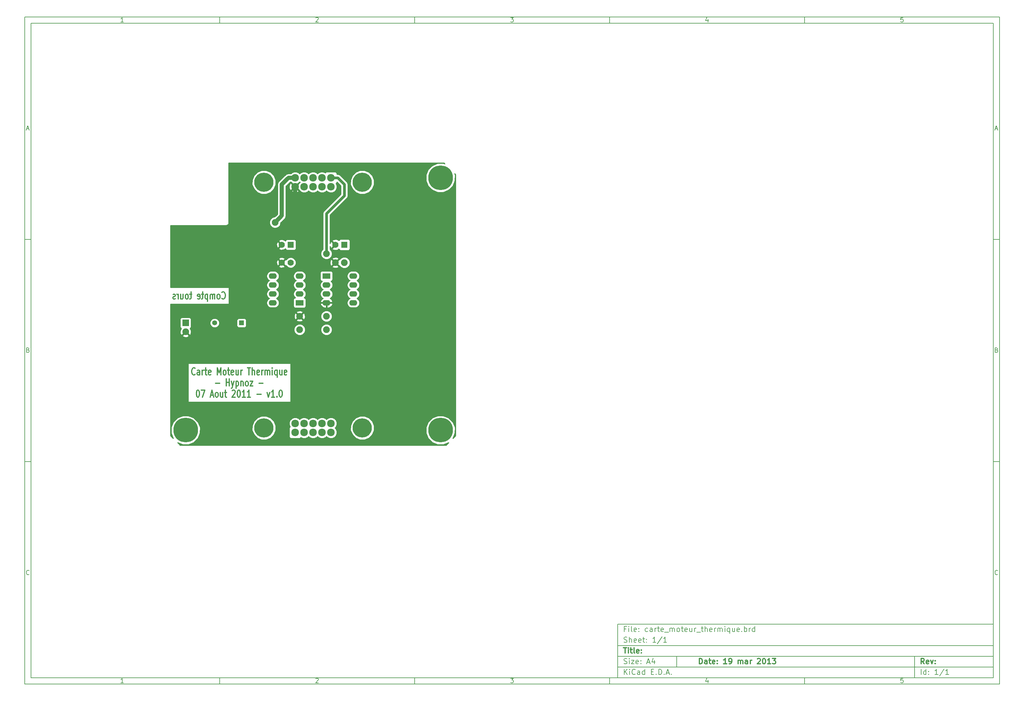
<source format=gtl>
G04 (created by PCBNEW-RS274X (2012-01-19 BZR 3256)-stable) date 19/03/2013 15:02:58*
G01*
G70*
G90*
%MOIN*%
G04 Gerber Fmt 3.4, Leading zero omitted, Abs format*
%FSLAX34Y34*%
G04 APERTURE LIST*
%ADD10C,0.006000*%
%ADD11C,0.012000*%
%ADD12C,0.075000*%
%ADD13R,0.075000X0.075000*%
%ADD14C,0.215000*%
%ADD15C,0.085000*%
%ADD16R,0.055000X0.055000*%
%ADD17C,0.055000*%
%ADD18R,0.070000X0.070000*%
%ADD19C,0.070000*%
%ADD20C,0.275600*%
%ADD21R,0.090000X0.062000*%
%ADD22O,0.090000X0.062000*%
%ADD23C,0.030000*%
%ADD24C,0.045000*%
%ADD25C,0.010000*%
G04 APERTURE END LIST*
G54D10*
X04000Y-04000D02*
X113000Y-04000D01*
X113000Y-78670D01*
X04000Y-78670D01*
X04000Y-04000D01*
X04700Y-04700D02*
X112300Y-04700D01*
X112300Y-77970D01*
X04700Y-77970D01*
X04700Y-04700D01*
X25800Y-04000D02*
X25800Y-04700D01*
X15043Y-04552D02*
X14757Y-04552D01*
X14900Y-04552D02*
X14900Y-04052D01*
X14852Y-04124D01*
X14805Y-04171D01*
X14757Y-04195D01*
X25800Y-78670D02*
X25800Y-77970D01*
X15043Y-78522D02*
X14757Y-78522D01*
X14900Y-78522D02*
X14900Y-78022D01*
X14852Y-78094D01*
X14805Y-78141D01*
X14757Y-78165D01*
X47600Y-04000D02*
X47600Y-04700D01*
X36557Y-04100D02*
X36581Y-04076D01*
X36629Y-04052D01*
X36748Y-04052D01*
X36795Y-04076D01*
X36819Y-04100D01*
X36843Y-04148D01*
X36843Y-04195D01*
X36819Y-04267D01*
X36533Y-04552D01*
X36843Y-04552D01*
X47600Y-78670D02*
X47600Y-77970D01*
X36557Y-78070D02*
X36581Y-78046D01*
X36629Y-78022D01*
X36748Y-78022D01*
X36795Y-78046D01*
X36819Y-78070D01*
X36843Y-78118D01*
X36843Y-78165D01*
X36819Y-78237D01*
X36533Y-78522D01*
X36843Y-78522D01*
X69400Y-04000D02*
X69400Y-04700D01*
X58333Y-04052D02*
X58643Y-04052D01*
X58476Y-04243D01*
X58548Y-04243D01*
X58595Y-04267D01*
X58619Y-04290D01*
X58643Y-04338D01*
X58643Y-04457D01*
X58619Y-04505D01*
X58595Y-04529D01*
X58548Y-04552D01*
X58405Y-04552D01*
X58357Y-04529D01*
X58333Y-04505D01*
X69400Y-78670D02*
X69400Y-77970D01*
X58333Y-78022D02*
X58643Y-78022D01*
X58476Y-78213D01*
X58548Y-78213D01*
X58595Y-78237D01*
X58619Y-78260D01*
X58643Y-78308D01*
X58643Y-78427D01*
X58619Y-78475D01*
X58595Y-78499D01*
X58548Y-78522D01*
X58405Y-78522D01*
X58357Y-78499D01*
X58333Y-78475D01*
X91200Y-04000D02*
X91200Y-04700D01*
X80395Y-04219D02*
X80395Y-04552D01*
X80276Y-04029D02*
X80157Y-04386D01*
X80467Y-04386D01*
X91200Y-78670D02*
X91200Y-77970D01*
X80395Y-78189D02*
X80395Y-78522D01*
X80276Y-77999D02*
X80157Y-78356D01*
X80467Y-78356D01*
X102219Y-04052D02*
X101981Y-04052D01*
X101957Y-04290D01*
X101981Y-04267D01*
X102029Y-04243D01*
X102148Y-04243D01*
X102195Y-04267D01*
X102219Y-04290D01*
X102243Y-04338D01*
X102243Y-04457D01*
X102219Y-04505D01*
X102195Y-04529D01*
X102148Y-04552D01*
X102029Y-04552D01*
X101981Y-04529D01*
X101957Y-04505D01*
X102219Y-78022D02*
X101981Y-78022D01*
X101957Y-78260D01*
X101981Y-78237D01*
X102029Y-78213D01*
X102148Y-78213D01*
X102195Y-78237D01*
X102219Y-78260D01*
X102243Y-78308D01*
X102243Y-78427D01*
X102219Y-78475D01*
X102195Y-78499D01*
X102148Y-78522D01*
X102029Y-78522D01*
X101981Y-78499D01*
X101957Y-78475D01*
X04000Y-28890D02*
X04700Y-28890D01*
X04231Y-16510D02*
X04469Y-16510D01*
X04184Y-16652D02*
X04350Y-16152D01*
X04517Y-16652D01*
X113000Y-28890D02*
X112300Y-28890D01*
X112531Y-16510D02*
X112769Y-16510D01*
X112484Y-16652D02*
X112650Y-16152D01*
X112817Y-16652D01*
X04000Y-53780D02*
X04700Y-53780D01*
X04386Y-41280D02*
X04457Y-41304D01*
X04481Y-41328D01*
X04505Y-41376D01*
X04505Y-41447D01*
X04481Y-41495D01*
X04457Y-41519D01*
X04410Y-41542D01*
X04219Y-41542D01*
X04219Y-41042D01*
X04386Y-41042D01*
X04433Y-41066D01*
X04457Y-41090D01*
X04481Y-41138D01*
X04481Y-41185D01*
X04457Y-41233D01*
X04433Y-41257D01*
X04386Y-41280D01*
X04219Y-41280D01*
X113000Y-53780D02*
X112300Y-53780D01*
X112686Y-41280D02*
X112757Y-41304D01*
X112781Y-41328D01*
X112805Y-41376D01*
X112805Y-41447D01*
X112781Y-41495D01*
X112757Y-41519D01*
X112710Y-41542D01*
X112519Y-41542D01*
X112519Y-41042D01*
X112686Y-41042D01*
X112733Y-41066D01*
X112757Y-41090D01*
X112781Y-41138D01*
X112781Y-41185D01*
X112757Y-41233D01*
X112733Y-41257D01*
X112686Y-41280D01*
X112519Y-41280D01*
X04505Y-66385D02*
X04481Y-66409D01*
X04410Y-66432D01*
X04362Y-66432D01*
X04290Y-66409D01*
X04243Y-66361D01*
X04219Y-66313D01*
X04195Y-66218D01*
X04195Y-66147D01*
X04219Y-66051D01*
X04243Y-66004D01*
X04290Y-65956D01*
X04362Y-65932D01*
X04410Y-65932D01*
X04481Y-65956D01*
X04505Y-65980D01*
X112805Y-66385D02*
X112781Y-66409D01*
X112710Y-66432D01*
X112662Y-66432D01*
X112590Y-66409D01*
X112543Y-66361D01*
X112519Y-66313D01*
X112495Y-66218D01*
X112495Y-66147D01*
X112519Y-66051D01*
X112543Y-66004D01*
X112590Y-65956D01*
X112662Y-65932D01*
X112710Y-65932D01*
X112781Y-65956D01*
X112805Y-65980D01*
G54D11*
X79443Y-76413D02*
X79443Y-75813D01*
X79586Y-75813D01*
X79671Y-75841D01*
X79729Y-75899D01*
X79757Y-75956D01*
X79786Y-76070D01*
X79786Y-76156D01*
X79757Y-76270D01*
X79729Y-76327D01*
X79671Y-76384D01*
X79586Y-76413D01*
X79443Y-76413D01*
X80300Y-76413D02*
X80300Y-76099D01*
X80271Y-76041D01*
X80214Y-76013D01*
X80100Y-76013D01*
X80043Y-76041D01*
X80300Y-76384D02*
X80243Y-76413D01*
X80100Y-76413D01*
X80043Y-76384D01*
X80014Y-76327D01*
X80014Y-76270D01*
X80043Y-76213D01*
X80100Y-76184D01*
X80243Y-76184D01*
X80300Y-76156D01*
X80500Y-76013D02*
X80729Y-76013D01*
X80586Y-75813D02*
X80586Y-76327D01*
X80614Y-76384D01*
X80672Y-76413D01*
X80729Y-76413D01*
X81157Y-76384D02*
X81100Y-76413D01*
X80986Y-76413D01*
X80929Y-76384D01*
X80900Y-76327D01*
X80900Y-76099D01*
X80929Y-76041D01*
X80986Y-76013D01*
X81100Y-76013D01*
X81157Y-76041D01*
X81186Y-76099D01*
X81186Y-76156D01*
X80900Y-76213D01*
X81443Y-76356D02*
X81471Y-76384D01*
X81443Y-76413D01*
X81414Y-76384D01*
X81443Y-76356D01*
X81443Y-76413D01*
X81443Y-76041D02*
X81471Y-76070D01*
X81443Y-76099D01*
X81414Y-76070D01*
X81443Y-76041D01*
X81443Y-76099D01*
X82500Y-76413D02*
X82157Y-76413D01*
X82329Y-76413D02*
X82329Y-75813D01*
X82272Y-75899D01*
X82214Y-75956D01*
X82157Y-75984D01*
X82785Y-76413D02*
X82900Y-76413D01*
X82957Y-76384D01*
X82985Y-76356D01*
X83043Y-76270D01*
X83071Y-76156D01*
X83071Y-75927D01*
X83043Y-75870D01*
X83014Y-75841D01*
X82957Y-75813D01*
X82843Y-75813D01*
X82785Y-75841D01*
X82757Y-75870D01*
X82728Y-75927D01*
X82728Y-76070D01*
X82757Y-76127D01*
X82785Y-76156D01*
X82843Y-76184D01*
X82957Y-76184D01*
X83014Y-76156D01*
X83043Y-76127D01*
X83071Y-76070D01*
X83785Y-76413D02*
X83785Y-76013D01*
X83785Y-76070D02*
X83813Y-76041D01*
X83871Y-76013D01*
X83956Y-76013D01*
X84013Y-76041D01*
X84042Y-76099D01*
X84042Y-76413D01*
X84042Y-76099D02*
X84071Y-76041D01*
X84128Y-76013D01*
X84213Y-76013D01*
X84271Y-76041D01*
X84299Y-76099D01*
X84299Y-76413D01*
X84842Y-76413D02*
X84842Y-76099D01*
X84813Y-76041D01*
X84756Y-76013D01*
X84642Y-76013D01*
X84585Y-76041D01*
X84842Y-76384D02*
X84785Y-76413D01*
X84642Y-76413D01*
X84585Y-76384D01*
X84556Y-76327D01*
X84556Y-76270D01*
X84585Y-76213D01*
X84642Y-76184D01*
X84785Y-76184D01*
X84842Y-76156D01*
X85128Y-76413D02*
X85128Y-76013D01*
X85128Y-76127D02*
X85156Y-76070D01*
X85185Y-76041D01*
X85242Y-76013D01*
X85299Y-76013D01*
X85927Y-75870D02*
X85956Y-75841D01*
X86013Y-75813D01*
X86156Y-75813D01*
X86213Y-75841D01*
X86242Y-75870D01*
X86270Y-75927D01*
X86270Y-75984D01*
X86242Y-76070D01*
X85899Y-76413D01*
X86270Y-76413D01*
X86641Y-75813D02*
X86698Y-75813D01*
X86755Y-75841D01*
X86784Y-75870D01*
X86813Y-75927D01*
X86841Y-76041D01*
X86841Y-76184D01*
X86813Y-76299D01*
X86784Y-76356D01*
X86755Y-76384D01*
X86698Y-76413D01*
X86641Y-76413D01*
X86584Y-76384D01*
X86555Y-76356D01*
X86527Y-76299D01*
X86498Y-76184D01*
X86498Y-76041D01*
X86527Y-75927D01*
X86555Y-75870D01*
X86584Y-75841D01*
X86641Y-75813D01*
X87412Y-76413D02*
X87069Y-76413D01*
X87241Y-76413D02*
X87241Y-75813D01*
X87184Y-75899D01*
X87126Y-75956D01*
X87069Y-75984D01*
X87612Y-75813D02*
X87983Y-75813D01*
X87783Y-76041D01*
X87869Y-76041D01*
X87926Y-76070D01*
X87955Y-76099D01*
X87983Y-76156D01*
X87983Y-76299D01*
X87955Y-76356D01*
X87926Y-76384D01*
X87869Y-76413D01*
X87697Y-76413D01*
X87640Y-76384D01*
X87612Y-76356D01*
G54D10*
X71043Y-77613D02*
X71043Y-77013D01*
X71386Y-77613D02*
X71129Y-77270D01*
X71386Y-77013D02*
X71043Y-77356D01*
X71643Y-77613D02*
X71643Y-77213D01*
X71643Y-77013D02*
X71614Y-77041D01*
X71643Y-77070D01*
X71671Y-77041D01*
X71643Y-77013D01*
X71643Y-77070D01*
X72272Y-77556D02*
X72243Y-77584D01*
X72157Y-77613D01*
X72100Y-77613D01*
X72015Y-77584D01*
X71957Y-77527D01*
X71929Y-77470D01*
X71900Y-77356D01*
X71900Y-77270D01*
X71929Y-77156D01*
X71957Y-77099D01*
X72015Y-77041D01*
X72100Y-77013D01*
X72157Y-77013D01*
X72243Y-77041D01*
X72272Y-77070D01*
X72786Y-77613D02*
X72786Y-77299D01*
X72757Y-77241D01*
X72700Y-77213D01*
X72586Y-77213D01*
X72529Y-77241D01*
X72786Y-77584D02*
X72729Y-77613D01*
X72586Y-77613D01*
X72529Y-77584D01*
X72500Y-77527D01*
X72500Y-77470D01*
X72529Y-77413D01*
X72586Y-77384D01*
X72729Y-77384D01*
X72786Y-77356D01*
X73329Y-77613D02*
X73329Y-77013D01*
X73329Y-77584D02*
X73272Y-77613D01*
X73158Y-77613D01*
X73100Y-77584D01*
X73072Y-77556D01*
X73043Y-77499D01*
X73043Y-77327D01*
X73072Y-77270D01*
X73100Y-77241D01*
X73158Y-77213D01*
X73272Y-77213D01*
X73329Y-77241D01*
X74072Y-77299D02*
X74272Y-77299D01*
X74358Y-77613D02*
X74072Y-77613D01*
X74072Y-77013D01*
X74358Y-77013D01*
X74615Y-77556D02*
X74643Y-77584D01*
X74615Y-77613D01*
X74586Y-77584D01*
X74615Y-77556D01*
X74615Y-77613D01*
X74901Y-77613D02*
X74901Y-77013D01*
X75044Y-77013D01*
X75129Y-77041D01*
X75187Y-77099D01*
X75215Y-77156D01*
X75244Y-77270D01*
X75244Y-77356D01*
X75215Y-77470D01*
X75187Y-77527D01*
X75129Y-77584D01*
X75044Y-77613D01*
X74901Y-77613D01*
X75501Y-77556D02*
X75529Y-77584D01*
X75501Y-77613D01*
X75472Y-77584D01*
X75501Y-77556D01*
X75501Y-77613D01*
X75758Y-77441D02*
X76044Y-77441D01*
X75701Y-77613D02*
X75901Y-77013D01*
X76101Y-77613D01*
X76301Y-77556D02*
X76329Y-77584D01*
X76301Y-77613D01*
X76272Y-77584D01*
X76301Y-77556D01*
X76301Y-77613D01*
G54D11*
X104586Y-76413D02*
X104386Y-76127D01*
X104243Y-76413D02*
X104243Y-75813D01*
X104471Y-75813D01*
X104529Y-75841D01*
X104557Y-75870D01*
X104586Y-75927D01*
X104586Y-76013D01*
X104557Y-76070D01*
X104529Y-76099D01*
X104471Y-76127D01*
X104243Y-76127D01*
X105071Y-76384D02*
X105014Y-76413D01*
X104900Y-76413D01*
X104843Y-76384D01*
X104814Y-76327D01*
X104814Y-76099D01*
X104843Y-76041D01*
X104900Y-76013D01*
X105014Y-76013D01*
X105071Y-76041D01*
X105100Y-76099D01*
X105100Y-76156D01*
X104814Y-76213D01*
X105300Y-76013D02*
X105443Y-76413D01*
X105585Y-76013D01*
X105814Y-76356D02*
X105842Y-76384D01*
X105814Y-76413D01*
X105785Y-76384D01*
X105814Y-76356D01*
X105814Y-76413D01*
X105814Y-76041D02*
X105842Y-76070D01*
X105814Y-76099D01*
X105785Y-76070D01*
X105814Y-76041D01*
X105814Y-76099D01*
G54D10*
X71014Y-76384D02*
X71100Y-76413D01*
X71243Y-76413D01*
X71300Y-76384D01*
X71329Y-76356D01*
X71357Y-76299D01*
X71357Y-76241D01*
X71329Y-76184D01*
X71300Y-76156D01*
X71243Y-76127D01*
X71129Y-76099D01*
X71071Y-76070D01*
X71043Y-76041D01*
X71014Y-75984D01*
X71014Y-75927D01*
X71043Y-75870D01*
X71071Y-75841D01*
X71129Y-75813D01*
X71271Y-75813D01*
X71357Y-75841D01*
X71614Y-76413D02*
X71614Y-76013D01*
X71614Y-75813D02*
X71585Y-75841D01*
X71614Y-75870D01*
X71642Y-75841D01*
X71614Y-75813D01*
X71614Y-75870D01*
X71843Y-76013D02*
X72157Y-76013D01*
X71843Y-76413D01*
X72157Y-76413D01*
X72614Y-76384D02*
X72557Y-76413D01*
X72443Y-76413D01*
X72386Y-76384D01*
X72357Y-76327D01*
X72357Y-76099D01*
X72386Y-76041D01*
X72443Y-76013D01*
X72557Y-76013D01*
X72614Y-76041D01*
X72643Y-76099D01*
X72643Y-76156D01*
X72357Y-76213D01*
X72900Y-76356D02*
X72928Y-76384D01*
X72900Y-76413D01*
X72871Y-76384D01*
X72900Y-76356D01*
X72900Y-76413D01*
X72900Y-76041D02*
X72928Y-76070D01*
X72900Y-76099D01*
X72871Y-76070D01*
X72900Y-76041D01*
X72900Y-76099D01*
X73614Y-76241D02*
X73900Y-76241D01*
X73557Y-76413D02*
X73757Y-75813D01*
X73957Y-76413D01*
X74414Y-76013D02*
X74414Y-76413D01*
X74271Y-75784D02*
X74128Y-76213D01*
X74500Y-76213D01*
X104243Y-77613D02*
X104243Y-77013D01*
X104786Y-77613D02*
X104786Y-77013D01*
X104786Y-77584D02*
X104729Y-77613D01*
X104615Y-77613D01*
X104557Y-77584D01*
X104529Y-77556D01*
X104500Y-77499D01*
X104500Y-77327D01*
X104529Y-77270D01*
X104557Y-77241D01*
X104615Y-77213D01*
X104729Y-77213D01*
X104786Y-77241D01*
X105072Y-77556D02*
X105100Y-77584D01*
X105072Y-77613D01*
X105043Y-77584D01*
X105072Y-77556D01*
X105072Y-77613D01*
X105072Y-77241D02*
X105100Y-77270D01*
X105072Y-77299D01*
X105043Y-77270D01*
X105072Y-77241D01*
X105072Y-77299D01*
X106129Y-77613D02*
X105786Y-77613D01*
X105958Y-77613D02*
X105958Y-77013D01*
X105901Y-77099D01*
X105843Y-77156D01*
X105786Y-77184D01*
X106814Y-76984D02*
X106300Y-77756D01*
X107329Y-77613D02*
X106986Y-77613D01*
X107158Y-77613D02*
X107158Y-77013D01*
X107101Y-77099D01*
X107043Y-77156D01*
X106986Y-77184D01*
G54D11*
X70957Y-74613D02*
X71300Y-74613D01*
X71129Y-75213D02*
X71129Y-74613D01*
X71500Y-75213D02*
X71500Y-74813D01*
X71500Y-74613D02*
X71471Y-74641D01*
X71500Y-74670D01*
X71528Y-74641D01*
X71500Y-74613D01*
X71500Y-74670D01*
X71700Y-74813D02*
X71929Y-74813D01*
X71786Y-74613D02*
X71786Y-75127D01*
X71814Y-75184D01*
X71872Y-75213D01*
X71929Y-75213D01*
X72215Y-75213D02*
X72157Y-75184D01*
X72129Y-75127D01*
X72129Y-74613D01*
X72671Y-75184D02*
X72614Y-75213D01*
X72500Y-75213D01*
X72443Y-75184D01*
X72414Y-75127D01*
X72414Y-74899D01*
X72443Y-74841D01*
X72500Y-74813D01*
X72614Y-74813D01*
X72671Y-74841D01*
X72700Y-74899D01*
X72700Y-74956D01*
X72414Y-75013D01*
X72957Y-75156D02*
X72985Y-75184D01*
X72957Y-75213D01*
X72928Y-75184D01*
X72957Y-75156D01*
X72957Y-75213D01*
X72957Y-74841D02*
X72985Y-74870D01*
X72957Y-74899D01*
X72928Y-74870D01*
X72957Y-74841D01*
X72957Y-74899D01*
G54D10*
X71243Y-72499D02*
X71043Y-72499D01*
X71043Y-72813D02*
X71043Y-72213D01*
X71329Y-72213D01*
X71557Y-72813D02*
X71557Y-72413D01*
X71557Y-72213D02*
X71528Y-72241D01*
X71557Y-72270D01*
X71585Y-72241D01*
X71557Y-72213D01*
X71557Y-72270D01*
X71929Y-72813D02*
X71871Y-72784D01*
X71843Y-72727D01*
X71843Y-72213D01*
X72385Y-72784D02*
X72328Y-72813D01*
X72214Y-72813D01*
X72157Y-72784D01*
X72128Y-72727D01*
X72128Y-72499D01*
X72157Y-72441D01*
X72214Y-72413D01*
X72328Y-72413D01*
X72385Y-72441D01*
X72414Y-72499D01*
X72414Y-72556D01*
X72128Y-72613D01*
X72671Y-72756D02*
X72699Y-72784D01*
X72671Y-72813D01*
X72642Y-72784D01*
X72671Y-72756D01*
X72671Y-72813D01*
X72671Y-72441D02*
X72699Y-72470D01*
X72671Y-72499D01*
X72642Y-72470D01*
X72671Y-72441D01*
X72671Y-72499D01*
X73671Y-72784D02*
X73614Y-72813D01*
X73500Y-72813D01*
X73442Y-72784D01*
X73414Y-72756D01*
X73385Y-72699D01*
X73385Y-72527D01*
X73414Y-72470D01*
X73442Y-72441D01*
X73500Y-72413D01*
X73614Y-72413D01*
X73671Y-72441D01*
X74185Y-72813D02*
X74185Y-72499D01*
X74156Y-72441D01*
X74099Y-72413D01*
X73985Y-72413D01*
X73928Y-72441D01*
X74185Y-72784D02*
X74128Y-72813D01*
X73985Y-72813D01*
X73928Y-72784D01*
X73899Y-72727D01*
X73899Y-72670D01*
X73928Y-72613D01*
X73985Y-72584D01*
X74128Y-72584D01*
X74185Y-72556D01*
X74471Y-72813D02*
X74471Y-72413D01*
X74471Y-72527D02*
X74499Y-72470D01*
X74528Y-72441D01*
X74585Y-72413D01*
X74642Y-72413D01*
X74756Y-72413D02*
X74985Y-72413D01*
X74842Y-72213D02*
X74842Y-72727D01*
X74870Y-72784D01*
X74928Y-72813D01*
X74985Y-72813D01*
X75413Y-72784D02*
X75356Y-72813D01*
X75242Y-72813D01*
X75185Y-72784D01*
X75156Y-72727D01*
X75156Y-72499D01*
X75185Y-72441D01*
X75242Y-72413D01*
X75356Y-72413D01*
X75413Y-72441D01*
X75442Y-72499D01*
X75442Y-72556D01*
X75156Y-72613D01*
X75556Y-72870D02*
X76013Y-72870D01*
X76156Y-72813D02*
X76156Y-72413D01*
X76156Y-72470D02*
X76184Y-72441D01*
X76242Y-72413D01*
X76327Y-72413D01*
X76384Y-72441D01*
X76413Y-72499D01*
X76413Y-72813D01*
X76413Y-72499D02*
X76442Y-72441D01*
X76499Y-72413D01*
X76584Y-72413D01*
X76642Y-72441D01*
X76670Y-72499D01*
X76670Y-72813D01*
X77042Y-72813D02*
X76984Y-72784D01*
X76956Y-72756D01*
X76927Y-72699D01*
X76927Y-72527D01*
X76956Y-72470D01*
X76984Y-72441D01*
X77042Y-72413D01*
X77127Y-72413D01*
X77184Y-72441D01*
X77213Y-72470D01*
X77242Y-72527D01*
X77242Y-72699D01*
X77213Y-72756D01*
X77184Y-72784D01*
X77127Y-72813D01*
X77042Y-72813D01*
X77413Y-72413D02*
X77642Y-72413D01*
X77499Y-72213D02*
X77499Y-72727D01*
X77527Y-72784D01*
X77585Y-72813D01*
X77642Y-72813D01*
X78070Y-72784D02*
X78013Y-72813D01*
X77899Y-72813D01*
X77842Y-72784D01*
X77813Y-72727D01*
X77813Y-72499D01*
X77842Y-72441D01*
X77899Y-72413D01*
X78013Y-72413D01*
X78070Y-72441D01*
X78099Y-72499D01*
X78099Y-72556D01*
X77813Y-72613D01*
X78613Y-72413D02*
X78613Y-72813D01*
X78356Y-72413D02*
X78356Y-72727D01*
X78384Y-72784D01*
X78442Y-72813D01*
X78527Y-72813D01*
X78584Y-72784D01*
X78613Y-72756D01*
X78899Y-72813D02*
X78899Y-72413D01*
X78899Y-72527D02*
X78927Y-72470D01*
X78956Y-72441D01*
X79013Y-72413D01*
X79070Y-72413D01*
X79127Y-72870D02*
X79584Y-72870D01*
X79641Y-72413D02*
X79870Y-72413D01*
X79727Y-72213D02*
X79727Y-72727D01*
X79755Y-72784D01*
X79813Y-72813D01*
X79870Y-72813D01*
X80070Y-72813D02*
X80070Y-72213D01*
X80327Y-72813D02*
X80327Y-72499D01*
X80298Y-72441D01*
X80241Y-72413D01*
X80156Y-72413D01*
X80098Y-72441D01*
X80070Y-72470D01*
X80841Y-72784D02*
X80784Y-72813D01*
X80670Y-72813D01*
X80613Y-72784D01*
X80584Y-72727D01*
X80584Y-72499D01*
X80613Y-72441D01*
X80670Y-72413D01*
X80784Y-72413D01*
X80841Y-72441D01*
X80870Y-72499D01*
X80870Y-72556D01*
X80584Y-72613D01*
X81127Y-72813D02*
X81127Y-72413D01*
X81127Y-72527D02*
X81155Y-72470D01*
X81184Y-72441D01*
X81241Y-72413D01*
X81298Y-72413D01*
X81498Y-72813D02*
X81498Y-72413D01*
X81498Y-72470D02*
X81526Y-72441D01*
X81584Y-72413D01*
X81669Y-72413D01*
X81726Y-72441D01*
X81755Y-72499D01*
X81755Y-72813D01*
X81755Y-72499D02*
X81784Y-72441D01*
X81841Y-72413D01*
X81926Y-72413D01*
X81984Y-72441D01*
X82012Y-72499D01*
X82012Y-72813D01*
X82298Y-72813D02*
X82298Y-72413D01*
X82298Y-72213D02*
X82269Y-72241D01*
X82298Y-72270D01*
X82326Y-72241D01*
X82298Y-72213D01*
X82298Y-72270D01*
X82841Y-72413D02*
X82841Y-73013D01*
X82841Y-72784D02*
X82784Y-72813D01*
X82670Y-72813D01*
X82612Y-72784D01*
X82584Y-72756D01*
X82555Y-72699D01*
X82555Y-72527D01*
X82584Y-72470D01*
X82612Y-72441D01*
X82670Y-72413D01*
X82784Y-72413D01*
X82841Y-72441D01*
X83384Y-72413D02*
X83384Y-72813D01*
X83127Y-72413D02*
X83127Y-72727D01*
X83155Y-72784D01*
X83213Y-72813D01*
X83298Y-72813D01*
X83355Y-72784D01*
X83384Y-72756D01*
X83898Y-72784D02*
X83841Y-72813D01*
X83727Y-72813D01*
X83670Y-72784D01*
X83641Y-72727D01*
X83641Y-72499D01*
X83670Y-72441D01*
X83727Y-72413D01*
X83841Y-72413D01*
X83898Y-72441D01*
X83927Y-72499D01*
X83927Y-72556D01*
X83641Y-72613D01*
X84184Y-72756D02*
X84212Y-72784D01*
X84184Y-72813D01*
X84155Y-72784D01*
X84184Y-72756D01*
X84184Y-72813D01*
X84470Y-72813D02*
X84470Y-72213D01*
X84470Y-72441D02*
X84527Y-72413D01*
X84641Y-72413D01*
X84698Y-72441D01*
X84727Y-72470D01*
X84756Y-72527D01*
X84756Y-72699D01*
X84727Y-72756D01*
X84698Y-72784D01*
X84641Y-72813D01*
X84527Y-72813D01*
X84470Y-72784D01*
X85013Y-72813D02*
X85013Y-72413D01*
X85013Y-72527D02*
X85041Y-72470D01*
X85070Y-72441D01*
X85127Y-72413D01*
X85184Y-72413D01*
X85641Y-72813D02*
X85641Y-72213D01*
X85641Y-72784D02*
X85584Y-72813D01*
X85470Y-72813D01*
X85412Y-72784D01*
X85384Y-72756D01*
X85355Y-72699D01*
X85355Y-72527D01*
X85384Y-72470D01*
X85412Y-72441D01*
X85470Y-72413D01*
X85584Y-72413D01*
X85641Y-72441D01*
X71014Y-73984D02*
X71100Y-74013D01*
X71243Y-74013D01*
X71300Y-73984D01*
X71329Y-73956D01*
X71357Y-73899D01*
X71357Y-73841D01*
X71329Y-73784D01*
X71300Y-73756D01*
X71243Y-73727D01*
X71129Y-73699D01*
X71071Y-73670D01*
X71043Y-73641D01*
X71014Y-73584D01*
X71014Y-73527D01*
X71043Y-73470D01*
X71071Y-73441D01*
X71129Y-73413D01*
X71271Y-73413D01*
X71357Y-73441D01*
X71614Y-74013D02*
X71614Y-73413D01*
X71871Y-74013D02*
X71871Y-73699D01*
X71842Y-73641D01*
X71785Y-73613D01*
X71700Y-73613D01*
X71642Y-73641D01*
X71614Y-73670D01*
X72385Y-73984D02*
X72328Y-74013D01*
X72214Y-74013D01*
X72157Y-73984D01*
X72128Y-73927D01*
X72128Y-73699D01*
X72157Y-73641D01*
X72214Y-73613D01*
X72328Y-73613D01*
X72385Y-73641D01*
X72414Y-73699D01*
X72414Y-73756D01*
X72128Y-73813D01*
X72899Y-73984D02*
X72842Y-74013D01*
X72728Y-74013D01*
X72671Y-73984D01*
X72642Y-73927D01*
X72642Y-73699D01*
X72671Y-73641D01*
X72728Y-73613D01*
X72842Y-73613D01*
X72899Y-73641D01*
X72928Y-73699D01*
X72928Y-73756D01*
X72642Y-73813D01*
X73099Y-73613D02*
X73328Y-73613D01*
X73185Y-73413D02*
X73185Y-73927D01*
X73213Y-73984D01*
X73271Y-74013D01*
X73328Y-74013D01*
X73528Y-73956D02*
X73556Y-73984D01*
X73528Y-74013D01*
X73499Y-73984D01*
X73528Y-73956D01*
X73528Y-74013D01*
X73528Y-73641D02*
X73556Y-73670D01*
X73528Y-73699D01*
X73499Y-73670D01*
X73528Y-73641D01*
X73528Y-73699D01*
X74585Y-74013D02*
X74242Y-74013D01*
X74414Y-74013D02*
X74414Y-73413D01*
X74357Y-73499D01*
X74299Y-73556D01*
X74242Y-73584D01*
X75270Y-73384D02*
X74756Y-74156D01*
X75785Y-74013D02*
X75442Y-74013D01*
X75614Y-74013D02*
X75614Y-73413D01*
X75557Y-73499D01*
X75499Y-73556D01*
X75442Y-73584D01*
X70300Y-71970D02*
X70300Y-77970D01*
X70300Y-71970D02*
X112300Y-71970D01*
X70300Y-71970D02*
X112300Y-71970D01*
X70300Y-74370D02*
X112300Y-74370D01*
X103500Y-75570D02*
X103500Y-77970D01*
X70300Y-76770D02*
X112300Y-76770D01*
X70300Y-75570D02*
X112300Y-75570D01*
X76900Y-75570D02*
X76900Y-76770D01*
G54D11*
X26057Y-35498D02*
X26086Y-35536D01*
X26172Y-35574D01*
X26229Y-35574D01*
X26314Y-35536D01*
X26372Y-35460D01*
X26400Y-35383D01*
X26429Y-35231D01*
X26429Y-35117D01*
X26400Y-34964D01*
X26372Y-34888D01*
X26314Y-34812D01*
X26229Y-34774D01*
X26172Y-34774D01*
X26086Y-34812D01*
X26057Y-34850D01*
X25714Y-35574D02*
X25772Y-35536D01*
X25800Y-35498D01*
X25829Y-35421D01*
X25829Y-35193D01*
X25800Y-35117D01*
X25772Y-35079D01*
X25714Y-35040D01*
X25629Y-35040D01*
X25572Y-35079D01*
X25543Y-35117D01*
X25514Y-35193D01*
X25514Y-35421D01*
X25543Y-35498D01*
X25572Y-35536D01*
X25629Y-35574D01*
X25714Y-35574D01*
X25257Y-35574D02*
X25257Y-35040D01*
X25257Y-35117D02*
X25229Y-35079D01*
X25171Y-35040D01*
X25086Y-35040D01*
X25029Y-35079D01*
X25000Y-35155D01*
X25000Y-35574D01*
X25000Y-35155D02*
X24971Y-35079D01*
X24914Y-35040D01*
X24829Y-35040D01*
X24771Y-35079D01*
X24743Y-35155D01*
X24743Y-35574D01*
X24457Y-35040D02*
X24457Y-35840D01*
X24457Y-35079D02*
X24400Y-35040D01*
X24286Y-35040D01*
X24229Y-35079D01*
X24200Y-35117D01*
X24171Y-35193D01*
X24171Y-35421D01*
X24200Y-35498D01*
X24229Y-35536D01*
X24286Y-35574D01*
X24400Y-35574D01*
X24457Y-35536D01*
X24000Y-35040D02*
X23771Y-35040D01*
X23914Y-34774D02*
X23914Y-35460D01*
X23886Y-35536D01*
X23828Y-35574D01*
X23771Y-35574D01*
X23343Y-35536D02*
X23400Y-35574D01*
X23514Y-35574D01*
X23571Y-35536D01*
X23600Y-35460D01*
X23600Y-35155D01*
X23571Y-35079D01*
X23514Y-35040D01*
X23400Y-35040D01*
X23343Y-35079D01*
X23314Y-35155D01*
X23314Y-35231D01*
X23600Y-35307D01*
X22686Y-35040D02*
X22457Y-35040D01*
X22600Y-34774D02*
X22600Y-35460D01*
X22572Y-35536D01*
X22514Y-35574D01*
X22457Y-35574D01*
X22171Y-35574D02*
X22229Y-35536D01*
X22257Y-35498D01*
X22286Y-35421D01*
X22286Y-35193D01*
X22257Y-35117D01*
X22229Y-35079D01*
X22171Y-35040D01*
X22086Y-35040D01*
X22029Y-35079D01*
X22000Y-35117D01*
X21971Y-35193D01*
X21971Y-35421D01*
X22000Y-35498D01*
X22029Y-35536D01*
X22086Y-35574D01*
X22171Y-35574D01*
X21457Y-35040D02*
X21457Y-35574D01*
X21714Y-35040D02*
X21714Y-35460D01*
X21686Y-35536D01*
X21628Y-35574D01*
X21543Y-35574D01*
X21486Y-35536D01*
X21457Y-35498D01*
X21171Y-35574D02*
X21171Y-35040D01*
X21171Y-35193D02*
X21143Y-35117D01*
X21114Y-35079D01*
X21057Y-35040D01*
X21000Y-35040D01*
X20829Y-35536D02*
X20772Y-35574D01*
X20657Y-35574D01*
X20600Y-35536D01*
X20572Y-35460D01*
X20572Y-35421D01*
X20600Y-35345D01*
X20657Y-35307D01*
X20743Y-35307D01*
X20800Y-35269D01*
X20829Y-35193D01*
X20829Y-35155D01*
X20800Y-35079D01*
X20743Y-35040D01*
X20657Y-35040D01*
X20600Y-35079D01*
X23058Y-43998D02*
X23029Y-44036D01*
X22943Y-44074D01*
X22886Y-44074D01*
X22801Y-44036D01*
X22743Y-43960D01*
X22715Y-43883D01*
X22686Y-43731D01*
X22686Y-43617D01*
X22715Y-43464D01*
X22743Y-43388D01*
X22801Y-43312D01*
X22886Y-43274D01*
X22943Y-43274D01*
X23029Y-43312D01*
X23058Y-43350D01*
X23572Y-44074D02*
X23572Y-43655D01*
X23543Y-43579D01*
X23486Y-43540D01*
X23372Y-43540D01*
X23315Y-43579D01*
X23572Y-44036D02*
X23515Y-44074D01*
X23372Y-44074D01*
X23315Y-44036D01*
X23286Y-43960D01*
X23286Y-43883D01*
X23315Y-43807D01*
X23372Y-43769D01*
X23515Y-43769D01*
X23572Y-43731D01*
X23858Y-44074D02*
X23858Y-43540D01*
X23858Y-43693D02*
X23886Y-43617D01*
X23915Y-43579D01*
X23972Y-43540D01*
X24029Y-43540D01*
X24143Y-43540D02*
X24372Y-43540D01*
X24229Y-43274D02*
X24229Y-43960D01*
X24257Y-44036D01*
X24315Y-44074D01*
X24372Y-44074D01*
X24800Y-44036D02*
X24743Y-44074D01*
X24629Y-44074D01*
X24572Y-44036D01*
X24543Y-43960D01*
X24543Y-43655D01*
X24572Y-43579D01*
X24629Y-43540D01*
X24743Y-43540D01*
X24800Y-43579D01*
X24829Y-43655D01*
X24829Y-43731D01*
X24543Y-43807D01*
X25543Y-44074D02*
X25543Y-43274D01*
X25743Y-43845D01*
X25943Y-43274D01*
X25943Y-44074D01*
X26315Y-44074D02*
X26257Y-44036D01*
X26229Y-43998D01*
X26200Y-43921D01*
X26200Y-43693D01*
X26229Y-43617D01*
X26257Y-43579D01*
X26315Y-43540D01*
X26400Y-43540D01*
X26457Y-43579D01*
X26486Y-43617D01*
X26515Y-43693D01*
X26515Y-43921D01*
X26486Y-43998D01*
X26457Y-44036D01*
X26400Y-44074D01*
X26315Y-44074D01*
X26686Y-43540D02*
X26915Y-43540D01*
X26772Y-43274D02*
X26772Y-43960D01*
X26800Y-44036D01*
X26858Y-44074D01*
X26915Y-44074D01*
X27343Y-44036D02*
X27286Y-44074D01*
X27172Y-44074D01*
X27115Y-44036D01*
X27086Y-43960D01*
X27086Y-43655D01*
X27115Y-43579D01*
X27172Y-43540D01*
X27286Y-43540D01*
X27343Y-43579D01*
X27372Y-43655D01*
X27372Y-43731D01*
X27086Y-43807D01*
X27886Y-43540D02*
X27886Y-44074D01*
X27629Y-43540D02*
X27629Y-43960D01*
X27657Y-44036D01*
X27715Y-44074D01*
X27800Y-44074D01*
X27857Y-44036D01*
X27886Y-43998D01*
X28172Y-44074D02*
X28172Y-43540D01*
X28172Y-43693D02*
X28200Y-43617D01*
X28229Y-43579D01*
X28286Y-43540D01*
X28343Y-43540D01*
X28914Y-43274D02*
X29257Y-43274D01*
X29086Y-44074D02*
X29086Y-43274D01*
X29457Y-44074D02*
X29457Y-43274D01*
X29714Y-44074D02*
X29714Y-43655D01*
X29685Y-43579D01*
X29628Y-43540D01*
X29543Y-43540D01*
X29485Y-43579D01*
X29457Y-43617D01*
X30228Y-44036D02*
X30171Y-44074D01*
X30057Y-44074D01*
X30000Y-44036D01*
X29971Y-43960D01*
X29971Y-43655D01*
X30000Y-43579D01*
X30057Y-43540D01*
X30171Y-43540D01*
X30228Y-43579D01*
X30257Y-43655D01*
X30257Y-43731D01*
X29971Y-43807D01*
X30514Y-44074D02*
X30514Y-43540D01*
X30514Y-43693D02*
X30542Y-43617D01*
X30571Y-43579D01*
X30628Y-43540D01*
X30685Y-43540D01*
X30885Y-44074D02*
X30885Y-43540D01*
X30885Y-43617D02*
X30913Y-43579D01*
X30971Y-43540D01*
X31056Y-43540D01*
X31113Y-43579D01*
X31142Y-43655D01*
X31142Y-44074D01*
X31142Y-43655D02*
X31171Y-43579D01*
X31228Y-43540D01*
X31313Y-43540D01*
X31371Y-43579D01*
X31399Y-43655D01*
X31399Y-44074D01*
X31685Y-44074D02*
X31685Y-43540D01*
X31685Y-43274D02*
X31656Y-43312D01*
X31685Y-43350D01*
X31713Y-43312D01*
X31685Y-43274D01*
X31685Y-43350D01*
X32228Y-43540D02*
X32228Y-44340D01*
X32228Y-44036D02*
X32171Y-44074D01*
X32057Y-44074D01*
X31999Y-44036D01*
X31971Y-43998D01*
X31942Y-43921D01*
X31942Y-43693D01*
X31971Y-43617D01*
X31999Y-43579D01*
X32057Y-43540D01*
X32171Y-43540D01*
X32228Y-43579D01*
X32771Y-43540D02*
X32771Y-44074D01*
X32514Y-43540D02*
X32514Y-43960D01*
X32542Y-44036D01*
X32600Y-44074D01*
X32685Y-44074D01*
X32742Y-44036D01*
X32771Y-43998D01*
X33285Y-44036D02*
X33228Y-44074D01*
X33114Y-44074D01*
X33057Y-44036D01*
X33028Y-43960D01*
X33028Y-43655D01*
X33057Y-43579D01*
X33114Y-43540D01*
X33228Y-43540D01*
X33285Y-43579D01*
X33314Y-43655D01*
X33314Y-43731D01*
X33028Y-43807D01*
X25343Y-45009D02*
X25800Y-45009D01*
X26543Y-45314D02*
X26543Y-44514D01*
X26543Y-44895D02*
X26886Y-44895D01*
X26886Y-45314D02*
X26886Y-44514D01*
X27115Y-44780D02*
X27258Y-45314D01*
X27400Y-44780D02*
X27258Y-45314D01*
X27200Y-45504D01*
X27172Y-45542D01*
X27115Y-45580D01*
X27629Y-44780D02*
X27629Y-45580D01*
X27629Y-44819D02*
X27686Y-44780D01*
X27800Y-44780D01*
X27857Y-44819D01*
X27886Y-44857D01*
X27915Y-44933D01*
X27915Y-45161D01*
X27886Y-45238D01*
X27857Y-45276D01*
X27800Y-45314D01*
X27686Y-45314D01*
X27629Y-45276D01*
X28172Y-44780D02*
X28172Y-45314D01*
X28172Y-44857D02*
X28200Y-44819D01*
X28258Y-44780D01*
X28343Y-44780D01*
X28400Y-44819D01*
X28429Y-44895D01*
X28429Y-45314D01*
X28801Y-45314D02*
X28743Y-45276D01*
X28715Y-45238D01*
X28686Y-45161D01*
X28686Y-44933D01*
X28715Y-44857D01*
X28743Y-44819D01*
X28801Y-44780D01*
X28886Y-44780D01*
X28943Y-44819D01*
X28972Y-44857D01*
X29001Y-44933D01*
X29001Y-45161D01*
X28972Y-45238D01*
X28943Y-45276D01*
X28886Y-45314D01*
X28801Y-45314D01*
X29201Y-44780D02*
X29515Y-44780D01*
X29201Y-45314D01*
X29515Y-45314D01*
X30201Y-45009D02*
X30658Y-45009D01*
X23345Y-45754D02*
X23402Y-45754D01*
X23459Y-45792D01*
X23488Y-45830D01*
X23517Y-45906D01*
X23545Y-46059D01*
X23545Y-46249D01*
X23517Y-46401D01*
X23488Y-46478D01*
X23459Y-46516D01*
X23402Y-46554D01*
X23345Y-46554D01*
X23288Y-46516D01*
X23259Y-46478D01*
X23231Y-46401D01*
X23202Y-46249D01*
X23202Y-46059D01*
X23231Y-45906D01*
X23259Y-45830D01*
X23288Y-45792D01*
X23345Y-45754D01*
X23745Y-45754D02*
X24145Y-45754D01*
X23888Y-46554D01*
X24801Y-46325D02*
X25087Y-46325D01*
X24744Y-46554D02*
X24944Y-45754D01*
X25144Y-46554D01*
X25430Y-46554D02*
X25372Y-46516D01*
X25344Y-46478D01*
X25315Y-46401D01*
X25315Y-46173D01*
X25344Y-46097D01*
X25372Y-46059D01*
X25430Y-46020D01*
X25515Y-46020D01*
X25572Y-46059D01*
X25601Y-46097D01*
X25630Y-46173D01*
X25630Y-46401D01*
X25601Y-46478D01*
X25572Y-46516D01*
X25515Y-46554D01*
X25430Y-46554D01*
X26144Y-46020D02*
X26144Y-46554D01*
X25887Y-46020D02*
X25887Y-46440D01*
X25915Y-46516D01*
X25973Y-46554D01*
X26058Y-46554D01*
X26115Y-46516D01*
X26144Y-46478D01*
X26344Y-46020D02*
X26573Y-46020D01*
X26430Y-45754D02*
X26430Y-46440D01*
X26458Y-46516D01*
X26516Y-46554D01*
X26573Y-46554D01*
X27201Y-45830D02*
X27230Y-45792D01*
X27287Y-45754D01*
X27430Y-45754D01*
X27487Y-45792D01*
X27516Y-45830D01*
X27544Y-45906D01*
X27544Y-45982D01*
X27516Y-46097D01*
X27173Y-46554D01*
X27544Y-46554D01*
X27915Y-45754D02*
X27972Y-45754D01*
X28029Y-45792D01*
X28058Y-45830D01*
X28087Y-45906D01*
X28115Y-46059D01*
X28115Y-46249D01*
X28087Y-46401D01*
X28058Y-46478D01*
X28029Y-46516D01*
X27972Y-46554D01*
X27915Y-46554D01*
X27858Y-46516D01*
X27829Y-46478D01*
X27801Y-46401D01*
X27772Y-46249D01*
X27772Y-46059D01*
X27801Y-45906D01*
X27829Y-45830D01*
X27858Y-45792D01*
X27915Y-45754D01*
X28686Y-46554D02*
X28343Y-46554D01*
X28515Y-46554D02*
X28515Y-45754D01*
X28458Y-45868D01*
X28400Y-45944D01*
X28343Y-45982D01*
X29257Y-46554D02*
X28914Y-46554D01*
X29086Y-46554D02*
X29086Y-45754D01*
X29029Y-45868D01*
X28971Y-45944D01*
X28914Y-45982D01*
X29971Y-46249D02*
X30428Y-46249D01*
X31114Y-46020D02*
X31257Y-46554D01*
X31399Y-46020D01*
X31942Y-46554D02*
X31599Y-46554D01*
X31771Y-46554D02*
X31771Y-45754D01*
X31714Y-45868D01*
X31656Y-45944D01*
X31599Y-45982D01*
X32199Y-46478D02*
X32227Y-46516D01*
X32199Y-46554D01*
X32170Y-46516D01*
X32199Y-46478D01*
X32199Y-46554D01*
X32599Y-45754D02*
X32656Y-45754D01*
X32713Y-45792D01*
X32742Y-45830D01*
X32771Y-45906D01*
X32799Y-46059D01*
X32799Y-46249D01*
X32771Y-46401D01*
X32742Y-46478D01*
X32713Y-46516D01*
X32656Y-46554D01*
X32599Y-46554D01*
X32542Y-46516D01*
X32513Y-46478D01*
X32485Y-46401D01*
X32456Y-46249D01*
X32456Y-46059D01*
X32485Y-45906D01*
X32513Y-45830D01*
X32542Y-45792D01*
X32599Y-45754D01*
G54D12*
X37750Y-39000D03*
X34750Y-39000D03*
X34750Y-37500D03*
X37750Y-37500D03*
G54D13*
X22000Y-38250D03*
G54D12*
X22000Y-39250D03*
G54D14*
X41750Y-22500D03*
X30750Y-22500D03*
G54D15*
X38250Y-22000D03*
X38250Y-23000D03*
X37250Y-22000D03*
X37250Y-23000D03*
X36250Y-22000D03*
X36250Y-23000D03*
X35250Y-22000D03*
X35250Y-23000D03*
X34250Y-22000D03*
X34250Y-23000D03*
G54D14*
X30750Y-50000D03*
X41750Y-50000D03*
G54D15*
X34250Y-50500D03*
X34250Y-49500D03*
X35250Y-50500D03*
X35250Y-49500D03*
X36250Y-50500D03*
X36250Y-49500D03*
X37250Y-50500D03*
X37250Y-49500D03*
X38250Y-50500D03*
X38250Y-49500D03*
G54D16*
X28250Y-38250D03*
G54D17*
X25250Y-38250D03*
G54D18*
X39750Y-29500D03*
G54D19*
X38750Y-29500D03*
G54D12*
X38750Y-31500D03*
X39750Y-31500D03*
G54D20*
X22000Y-50250D03*
X50500Y-50250D03*
X50500Y-22000D03*
G54D21*
X37750Y-33000D03*
G54D22*
X37750Y-34000D03*
X37750Y-35000D03*
X37750Y-36000D03*
X40750Y-36000D03*
X40750Y-35000D03*
X40750Y-34000D03*
X40750Y-33000D03*
G54D21*
X34750Y-36000D03*
G54D22*
X34750Y-35000D03*
X34750Y-34000D03*
X34750Y-33000D03*
X31750Y-33000D03*
X31750Y-34000D03*
X31750Y-35000D03*
X31750Y-36000D03*
G54D18*
X33750Y-29500D03*
G54D19*
X32750Y-29500D03*
X32750Y-31500D03*
X33750Y-31500D03*
G54D12*
X37750Y-30500D03*
X34250Y-26250D03*
X32000Y-27000D03*
G54D23*
X38250Y-22000D02*
X39000Y-22000D01*
X37750Y-26000D02*
X37750Y-30500D01*
X39750Y-24000D02*
X37750Y-26000D01*
X39750Y-22750D02*
X39750Y-24000D01*
X39000Y-22000D02*
X39750Y-22750D01*
G54D24*
X34250Y-23000D02*
X34250Y-26250D01*
X33500Y-22000D02*
X34250Y-22000D01*
X32750Y-22750D02*
X33500Y-22000D01*
X32750Y-26250D02*
X32750Y-22750D01*
X32000Y-27000D02*
X32750Y-26250D01*
G54D10*
G36*
X52175Y-50865D02*
X51885Y-51155D01*
X52126Y-50575D01*
X52127Y-49928D01*
X51880Y-49330D01*
X51423Y-48872D01*
X50825Y-48624D01*
X50178Y-48623D01*
X49580Y-48870D01*
X49122Y-49327D01*
X48874Y-49925D01*
X48873Y-50572D01*
X49120Y-51170D01*
X49577Y-51628D01*
X50175Y-51876D01*
X50822Y-51877D01*
X51403Y-51636D01*
X51115Y-51925D01*
X43074Y-51925D01*
X43074Y-49738D01*
X43074Y-22238D01*
X42873Y-21751D01*
X42501Y-21379D01*
X42015Y-21177D01*
X41488Y-21176D01*
X41001Y-21377D01*
X40629Y-21749D01*
X40427Y-22235D01*
X40426Y-22762D01*
X40627Y-23249D01*
X40999Y-23621D01*
X41485Y-23823D01*
X42012Y-23824D01*
X42499Y-23623D01*
X42871Y-23251D01*
X43073Y-22765D01*
X43074Y-22238D01*
X43074Y-49738D01*
X42873Y-49251D01*
X42501Y-48879D01*
X42015Y-48677D01*
X41488Y-48676D01*
X41452Y-48690D01*
X41452Y-36109D01*
X41452Y-35891D01*
X41368Y-35689D01*
X41214Y-35535D01*
X41129Y-35500D01*
X41214Y-35465D01*
X41368Y-35311D01*
X41452Y-35109D01*
X41452Y-34891D01*
X41368Y-34689D01*
X41214Y-34535D01*
X41129Y-34500D01*
X41214Y-34465D01*
X41368Y-34311D01*
X41452Y-34109D01*
X41452Y-33891D01*
X41368Y-33689D01*
X41214Y-33535D01*
X41129Y-33500D01*
X41214Y-33465D01*
X41368Y-33311D01*
X41452Y-33109D01*
X41452Y-32891D01*
X41368Y-32689D01*
X41214Y-32535D01*
X41012Y-32451D01*
X40794Y-32451D01*
X40488Y-32451D01*
X40375Y-32497D01*
X40375Y-31625D01*
X40375Y-31376D01*
X40374Y-31373D01*
X40374Y-29925D01*
X40374Y-29826D01*
X40374Y-29076D01*
X40336Y-28984D01*
X40266Y-28914D01*
X40175Y-28876D01*
X40150Y-28876D01*
X40150Y-24000D01*
X40150Y-22750D01*
X40120Y-22597D01*
X40119Y-22596D01*
X40033Y-22467D01*
X40029Y-22464D01*
X39283Y-21717D01*
X39153Y-21630D01*
X39000Y-21600D01*
X38924Y-21600D01*
X38924Y-21526D01*
X38886Y-21434D01*
X38816Y-21364D01*
X38725Y-21326D01*
X38626Y-21326D01*
X37776Y-21326D01*
X37684Y-21364D01*
X37623Y-21424D01*
X37385Y-21325D01*
X37116Y-21325D01*
X36868Y-21428D01*
X36749Y-21545D01*
X36633Y-21428D01*
X36385Y-21325D01*
X36116Y-21325D01*
X35868Y-21428D01*
X35749Y-21545D01*
X35633Y-21428D01*
X35385Y-21325D01*
X35116Y-21325D01*
X34868Y-21428D01*
X34749Y-21545D01*
X34633Y-21428D01*
X34385Y-21325D01*
X34116Y-21325D01*
X33868Y-21428D01*
X33770Y-21525D01*
X33500Y-21525D01*
X33318Y-21561D01*
X33164Y-21664D01*
X33161Y-21667D01*
X32414Y-22414D01*
X32311Y-22568D01*
X32275Y-22750D01*
X32275Y-26053D01*
X32074Y-26254D01*
X32074Y-22238D01*
X31873Y-21751D01*
X31501Y-21379D01*
X31015Y-21177D01*
X30488Y-21176D01*
X30001Y-21377D01*
X29629Y-21749D01*
X29427Y-22235D01*
X29426Y-22762D01*
X29627Y-23249D01*
X29999Y-23621D01*
X30485Y-23823D01*
X31012Y-23824D01*
X31499Y-23623D01*
X31871Y-23251D01*
X32073Y-22765D01*
X32074Y-22238D01*
X32074Y-26254D01*
X31953Y-26375D01*
X31876Y-26375D01*
X31646Y-26470D01*
X31470Y-26646D01*
X31375Y-26875D01*
X31375Y-27124D01*
X31470Y-27354D01*
X31646Y-27530D01*
X31875Y-27625D01*
X32124Y-27625D01*
X32354Y-27530D01*
X32530Y-27354D01*
X32625Y-27125D01*
X32625Y-27046D01*
X33082Y-26588D01*
X33085Y-26586D01*
X33086Y-26586D01*
X33189Y-26432D01*
X33225Y-26250D01*
X33225Y-22946D01*
X33696Y-22475D01*
X33770Y-22475D01*
X33867Y-22572D01*
X33911Y-22590D01*
X34250Y-22929D01*
X34589Y-22589D01*
X34632Y-22572D01*
X34750Y-22454D01*
X34795Y-22500D01*
X34678Y-22617D01*
X34659Y-22661D01*
X34321Y-23000D01*
X34660Y-23339D01*
X34678Y-23382D01*
X34867Y-23572D01*
X35115Y-23675D01*
X35384Y-23675D01*
X35632Y-23572D01*
X35750Y-23454D01*
X35867Y-23572D01*
X36115Y-23675D01*
X36384Y-23675D01*
X36632Y-23572D01*
X36750Y-23454D01*
X36867Y-23572D01*
X37115Y-23675D01*
X37384Y-23675D01*
X37632Y-23572D01*
X37750Y-23454D01*
X37867Y-23572D01*
X38115Y-23675D01*
X38384Y-23675D01*
X38632Y-23572D01*
X38822Y-23383D01*
X38925Y-23135D01*
X38925Y-22866D01*
X38825Y-22626D01*
X38886Y-22566D01*
X38919Y-22485D01*
X39350Y-22915D01*
X39350Y-23834D01*
X37467Y-25717D01*
X37380Y-25847D01*
X37350Y-26000D01*
X37350Y-30016D01*
X37220Y-30146D01*
X37125Y-30375D01*
X37125Y-30624D01*
X37220Y-30854D01*
X37396Y-31030D01*
X37625Y-31125D01*
X37874Y-31125D01*
X38104Y-31030D01*
X38280Y-30854D01*
X38375Y-30625D01*
X38375Y-30376D01*
X38280Y-30146D01*
X38150Y-30016D01*
X38150Y-29662D01*
X38217Y-29825D01*
X38319Y-29861D01*
X38679Y-29500D01*
X38319Y-29139D01*
X38217Y-29175D01*
X38150Y-29356D01*
X38150Y-26166D01*
X40033Y-24283D01*
X40120Y-24154D01*
X40120Y-24153D01*
X40150Y-24000D01*
X40150Y-28876D01*
X40076Y-28876D01*
X39326Y-28876D01*
X39234Y-28914D01*
X39164Y-28984D01*
X39154Y-29005D01*
X39129Y-28980D01*
X39092Y-29016D01*
X39075Y-28967D01*
X38847Y-28883D01*
X38604Y-28893D01*
X38425Y-28967D01*
X38389Y-29069D01*
X38715Y-29394D01*
X38750Y-29429D01*
X38821Y-29500D01*
X38750Y-29571D01*
X38389Y-29931D01*
X38425Y-30033D01*
X38653Y-30117D01*
X38896Y-30107D01*
X39075Y-30033D01*
X39092Y-29983D01*
X39111Y-30002D01*
X39129Y-30020D01*
X39154Y-29994D01*
X39164Y-30016D01*
X39234Y-30086D01*
X39325Y-30124D01*
X39424Y-30124D01*
X40174Y-30124D01*
X40266Y-30086D01*
X40336Y-30016D01*
X40374Y-29925D01*
X40374Y-31373D01*
X40280Y-31146D01*
X40104Y-30970D01*
X39875Y-30875D01*
X39626Y-30875D01*
X39396Y-30970D01*
X39220Y-31146D01*
X39217Y-31151D01*
X39181Y-31139D01*
X39111Y-31209D01*
X39111Y-31069D01*
X39075Y-30967D01*
X38847Y-30883D01*
X38604Y-30893D01*
X38425Y-30967D01*
X38389Y-31069D01*
X38750Y-31429D01*
X39111Y-31069D01*
X39111Y-31209D01*
X38821Y-31500D01*
X39181Y-31861D01*
X39217Y-31848D01*
X39220Y-31854D01*
X39396Y-32030D01*
X39625Y-32125D01*
X39874Y-32125D01*
X40104Y-32030D01*
X40280Y-31854D01*
X40375Y-31625D01*
X40375Y-32497D01*
X40286Y-32535D01*
X40132Y-32689D01*
X40048Y-32891D01*
X40048Y-33109D01*
X40132Y-33311D01*
X40286Y-33465D01*
X40370Y-33500D01*
X40286Y-33535D01*
X40132Y-33689D01*
X40048Y-33891D01*
X40048Y-34109D01*
X40132Y-34311D01*
X40286Y-34465D01*
X40370Y-34500D01*
X40286Y-34535D01*
X40132Y-34689D01*
X40048Y-34891D01*
X40048Y-35109D01*
X40132Y-35311D01*
X40286Y-35465D01*
X40370Y-35500D01*
X40286Y-35535D01*
X40132Y-35689D01*
X40048Y-35891D01*
X40048Y-36109D01*
X40132Y-36311D01*
X40286Y-36465D01*
X40488Y-36549D01*
X40706Y-36549D01*
X41012Y-36549D01*
X41214Y-36465D01*
X41368Y-36311D01*
X41452Y-36109D01*
X41452Y-48690D01*
X41001Y-48877D01*
X40629Y-49249D01*
X40427Y-49735D01*
X40426Y-50262D01*
X40627Y-50749D01*
X40999Y-51121D01*
X41485Y-51323D01*
X42012Y-51324D01*
X42499Y-51123D01*
X42871Y-50751D01*
X43073Y-50265D01*
X43074Y-49738D01*
X43074Y-51925D01*
X39111Y-51925D01*
X39111Y-31931D01*
X38750Y-31571D01*
X38679Y-31641D01*
X38679Y-31500D01*
X38319Y-31139D01*
X38217Y-31175D01*
X38133Y-31403D01*
X38143Y-31646D01*
X38217Y-31825D01*
X38319Y-31861D01*
X38679Y-31500D01*
X38679Y-31641D01*
X38389Y-31931D01*
X38425Y-32033D01*
X38653Y-32117D01*
X38896Y-32107D01*
X39075Y-32033D01*
X39111Y-31931D01*
X39111Y-51925D01*
X38925Y-51925D01*
X38925Y-50635D01*
X38925Y-50366D01*
X38822Y-50118D01*
X38704Y-49999D01*
X38822Y-49883D01*
X38925Y-49635D01*
X38925Y-49366D01*
X38822Y-49118D01*
X38633Y-48928D01*
X38452Y-48852D01*
X38452Y-35109D01*
X38452Y-34891D01*
X38368Y-34689D01*
X38214Y-34535D01*
X38129Y-34500D01*
X38214Y-34465D01*
X38368Y-34311D01*
X38452Y-34109D01*
X38452Y-33891D01*
X38368Y-33689D01*
X38238Y-33559D01*
X38249Y-33559D01*
X38341Y-33521D01*
X38411Y-33451D01*
X38449Y-33360D01*
X38449Y-33261D01*
X38449Y-32641D01*
X38411Y-32549D01*
X38341Y-32479D01*
X38250Y-32441D01*
X38151Y-32441D01*
X37251Y-32441D01*
X37159Y-32479D01*
X37089Y-32549D01*
X37051Y-32640D01*
X37051Y-32739D01*
X37051Y-33359D01*
X37089Y-33451D01*
X37159Y-33521D01*
X37250Y-33559D01*
X37262Y-33559D01*
X37132Y-33689D01*
X37048Y-33891D01*
X37048Y-34109D01*
X37132Y-34311D01*
X37286Y-34465D01*
X37370Y-34500D01*
X37286Y-34535D01*
X37132Y-34689D01*
X37048Y-34891D01*
X37048Y-35109D01*
X37132Y-35311D01*
X37286Y-35465D01*
X37365Y-35498D01*
X37200Y-35618D01*
X37085Y-35804D01*
X37068Y-35863D01*
X37115Y-35950D01*
X37650Y-35950D01*
X37700Y-35950D01*
X37800Y-35950D01*
X37850Y-35950D01*
X38385Y-35950D01*
X38432Y-35863D01*
X38415Y-35804D01*
X38300Y-35618D01*
X38134Y-35498D01*
X38214Y-35465D01*
X38368Y-35311D01*
X38452Y-35109D01*
X38452Y-48852D01*
X38432Y-48844D01*
X38432Y-36137D01*
X38385Y-36050D01*
X37800Y-36050D01*
X37800Y-36560D01*
X37910Y-36560D01*
X38123Y-36510D01*
X38300Y-36382D01*
X38415Y-36196D01*
X38432Y-36137D01*
X38432Y-48844D01*
X38385Y-48825D01*
X38375Y-48825D01*
X38375Y-39125D01*
X38375Y-38876D01*
X38375Y-37625D01*
X38375Y-37376D01*
X38280Y-37146D01*
X38104Y-36970D01*
X37875Y-36875D01*
X37700Y-36875D01*
X37700Y-36560D01*
X37700Y-36050D01*
X37115Y-36050D01*
X37068Y-36137D01*
X37085Y-36196D01*
X37200Y-36382D01*
X37377Y-36510D01*
X37590Y-36560D01*
X37700Y-36560D01*
X37700Y-36875D01*
X37626Y-36875D01*
X37396Y-36970D01*
X37220Y-37146D01*
X37125Y-37375D01*
X37125Y-37624D01*
X37220Y-37854D01*
X37396Y-38030D01*
X37625Y-38125D01*
X37874Y-38125D01*
X38104Y-38030D01*
X38280Y-37854D01*
X38375Y-37625D01*
X38375Y-38876D01*
X38280Y-38646D01*
X38104Y-38470D01*
X37875Y-38375D01*
X37626Y-38375D01*
X37396Y-38470D01*
X37220Y-38646D01*
X37125Y-38875D01*
X37125Y-39124D01*
X37220Y-39354D01*
X37396Y-39530D01*
X37625Y-39625D01*
X37874Y-39625D01*
X38104Y-39530D01*
X38280Y-39354D01*
X38375Y-39125D01*
X38375Y-48825D01*
X38116Y-48825D01*
X37868Y-48928D01*
X37749Y-49045D01*
X37633Y-48928D01*
X37385Y-48825D01*
X37116Y-48825D01*
X36868Y-48928D01*
X36749Y-49045D01*
X36633Y-48928D01*
X36385Y-48825D01*
X36116Y-48825D01*
X35868Y-48928D01*
X35749Y-49045D01*
X35633Y-48928D01*
X35452Y-48852D01*
X35452Y-35109D01*
X35452Y-34891D01*
X35368Y-34689D01*
X35214Y-34535D01*
X35129Y-34500D01*
X35214Y-34465D01*
X35368Y-34311D01*
X35452Y-34109D01*
X35452Y-33891D01*
X35368Y-33689D01*
X35214Y-33535D01*
X35129Y-33500D01*
X35214Y-33465D01*
X35368Y-33311D01*
X35452Y-33109D01*
X35452Y-32891D01*
X35368Y-32689D01*
X35214Y-32535D01*
X35012Y-32451D01*
X34794Y-32451D01*
X34646Y-32451D01*
X34646Y-23467D01*
X34250Y-23071D01*
X34179Y-23142D01*
X34179Y-23000D01*
X33783Y-22604D01*
X33676Y-22645D01*
X33583Y-22892D01*
X33592Y-23156D01*
X33676Y-23355D01*
X33783Y-23396D01*
X34179Y-23000D01*
X34179Y-23142D01*
X33854Y-23467D01*
X33895Y-23574D01*
X34142Y-23667D01*
X34406Y-23658D01*
X34605Y-23574D01*
X34646Y-23467D01*
X34646Y-32451D01*
X34488Y-32451D01*
X34349Y-32508D01*
X34349Y-31619D01*
X34349Y-31381D01*
X34349Y-29900D01*
X34349Y-29801D01*
X34349Y-29101D01*
X34311Y-29009D01*
X34241Y-28939D01*
X34150Y-28901D01*
X34051Y-28901D01*
X33351Y-28901D01*
X33259Y-28939D01*
X33189Y-29009D01*
X33169Y-29056D01*
X33111Y-28998D01*
X33075Y-29033D01*
X33060Y-28987D01*
X32841Y-28907D01*
X32606Y-28918D01*
X32440Y-28987D01*
X32407Y-29086D01*
X32715Y-29394D01*
X32750Y-29429D01*
X32821Y-29500D01*
X32750Y-29571D01*
X32715Y-29606D01*
X32679Y-29642D01*
X32679Y-29500D01*
X32336Y-29157D01*
X32237Y-29190D01*
X32157Y-29409D01*
X32168Y-29644D01*
X32237Y-29810D01*
X32336Y-29843D01*
X32679Y-29500D01*
X32679Y-29642D01*
X32407Y-29914D01*
X32440Y-30013D01*
X32659Y-30093D01*
X32894Y-30082D01*
X33060Y-30013D01*
X33075Y-29966D01*
X33093Y-29984D01*
X33111Y-30002D01*
X33169Y-29943D01*
X33189Y-29991D01*
X33259Y-30061D01*
X33350Y-30099D01*
X33449Y-30099D01*
X34149Y-30099D01*
X34241Y-30061D01*
X34311Y-29991D01*
X34349Y-29900D01*
X34349Y-31381D01*
X34258Y-31161D01*
X34089Y-30992D01*
X33869Y-30901D01*
X33631Y-30901D01*
X33411Y-30992D01*
X33242Y-31161D01*
X33234Y-31180D01*
X33164Y-31157D01*
X33093Y-31228D01*
X33093Y-31086D01*
X33060Y-30987D01*
X32841Y-30907D01*
X32606Y-30918D01*
X32440Y-30987D01*
X32407Y-31086D01*
X32750Y-31429D01*
X33093Y-31086D01*
X33093Y-31228D01*
X32821Y-31500D01*
X33164Y-31843D01*
X33234Y-31819D01*
X33242Y-31839D01*
X33411Y-32008D01*
X33631Y-32099D01*
X33869Y-32099D01*
X34089Y-32008D01*
X34258Y-31839D01*
X34349Y-31619D01*
X34349Y-32508D01*
X34286Y-32535D01*
X34132Y-32689D01*
X34048Y-32891D01*
X34048Y-33109D01*
X34132Y-33311D01*
X34286Y-33465D01*
X34370Y-33500D01*
X34286Y-33535D01*
X34132Y-33689D01*
X34048Y-33891D01*
X34048Y-34109D01*
X34132Y-34311D01*
X34286Y-34465D01*
X34370Y-34500D01*
X34286Y-34535D01*
X34132Y-34689D01*
X34048Y-34891D01*
X34048Y-35109D01*
X34132Y-35311D01*
X34262Y-35441D01*
X34251Y-35441D01*
X34159Y-35479D01*
X34089Y-35549D01*
X34051Y-35640D01*
X34051Y-35739D01*
X34051Y-36359D01*
X34089Y-36451D01*
X34159Y-36521D01*
X34250Y-36559D01*
X34349Y-36559D01*
X35249Y-36559D01*
X35341Y-36521D01*
X35411Y-36451D01*
X35449Y-36360D01*
X35449Y-36261D01*
X35449Y-35641D01*
X35411Y-35549D01*
X35341Y-35479D01*
X35250Y-35441D01*
X35238Y-35441D01*
X35368Y-35311D01*
X35452Y-35109D01*
X35452Y-48852D01*
X35385Y-48825D01*
X35375Y-48825D01*
X35375Y-39125D01*
X35375Y-38876D01*
X35367Y-38856D01*
X35367Y-37597D01*
X35357Y-37354D01*
X35283Y-37175D01*
X35181Y-37139D01*
X35111Y-37209D01*
X35111Y-37069D01*
X35075Y-36967D01*
X34847Y-36883D01*
X34604Y-36893D01*
X34425Y-36967D01*
X34389Y-37069D01*
X34750Y-37429D01*
X35111Y-37069D01*
X35111Y-37209D01*
X34821Y-37500D01*
X35181Y-37861D01*
X35283Y-37825D01*
X35367Y-37597D01*
X35367Y-38856D01*
X35280Y-38646D01*
X35111Y-38477D01*
X35111Y-37931D01*
X34750Y-37571D01*
X34679Y-37641D01*
X34679Y-37500D01*
X34319Y-37139D01*
X34217Y-37175D01*
X34133Y-37403D01*
X34143Y-37646D01*
X34217Y-37825D01*
X34319Y-37861D01*
X34679Y-37500D01*
X34679Y-37641D01*
X34389Y-37931D01*
X34425Y-38033D01*
X34653Y-38117D01*
X34896Y-38107D01*
X35075Y-38033D01*
X35111Y-37931D01*
X35111Y-38477D01*
X35104Y-38470D01*
X34875Y-38375D01*
X34626Y-38375D01*
X34396Y-38470D01*
X34220Y-38646D01*
X34125Y-38875D01*
X34125Y-39124D01*
X34220Y-39354D01*
X34396Y-39530D01*
X34625Y-39625D01*
X34874Y-39625D01*
X35104Y-39530D01*
X35280Y-39354D01*
X35375Y-39125D01*
X35375Y-48825D01*
X35116Y-48825D01*
X34868Y-48928D01*
X34749Y-49045D01*
X34633Y-48928D01*
X34385Y-48825D01*
X34116Y-48825D01*
X33868Y-48928D01*
X33738Y-49057D01*
X33738Y-47100D01*
X33738Y-42760D01*
X33093Y-42760D01*
X33093Y-31914D01*
X32750Y-31571D01*
X32679Y-31642D01*
X32679Y-31500D01*
X32336Y-31157D01*
X32237Y-31190D01*
X32157Y-31409D01*
X32168Y-31644D01*
X32237Y-31810D01*
X32336Y-31843D01*
X32679Y-31500D01*
X32679Y-31642D01*
X32407Y-31914D01*
X32440Y-32013D01*
X32659Y-32093D01*
X32894Y-32082D01*
X33060Y-32013D01*
X33093Y-31914D01*
X33093Y-42760D01*
X32452Y-42760D01*
X32452Y-36109D01*
X32452Y-35891D01*
X32368Y-35689D01*
X32214Y-35535D01*
X32129Y-35500D01*
X32214Y-35465D01*
X32368Y-35311D01*
X32452Y-35109D01*
X32452Y-34891D01*
X32368Y-34689D01*
X32214Y-34535D01*
X32129Y-34500D01*
X32214Y-34465D01*
X32368Y-34311D01*
X32452Y-34109D01*
X32452Y-33891D01*
X32368Y-33689D01*
X32214Y-33535D01*
X32129Y-33500D01*
X32214Y-33465D01*
X32368Y-33311D01*
X32452Y-33109D01*
X32452Y-32891D01*
X32368Y-32689D01*
X32214Y-32535D01*
X32012Y-32451D01*
X31794Y-32451D01*
X31488Y-32451D01*
X31286Y-32535D01*
X31132Y-32689D01*
X31048Y-32891D01*
X31048Y-33109D01*
X31132Y-33311D01*
X31286Y-33465D01*
X31370Y-33500D01*
X31286Y-33535D01*
X31132Y-33689D01*
X31048Y-33891D01*
X31048Y-34109D01*
X31132Y-34311D01*
X31286Y-34465D01*
X31370Y-34500D01*
X31286Y-34535D01*
X31132Y-34689D01*
X31048Y-34891D01*
X31048Y-35109D01*
X31132Y-35311D01*
X31286Y-35465D01*
X31370Y-35500D01*
X31286Y-35535D01*
X31132Y-35689D01*
X31048Y-35891D01*
X31048Y-36109D01*
X31132Y-36311D01*
X31286Y-36465D01*
X31488Y-36549D01*
X31706Y-36549D01*
X32012Y-36549D01*
X32214Y-36465D01*
X32368Y-36311D01*
X32452Y-36109D01*
X32452Y-42760D01*
X28774Y-42760D01*
X28774Y-38575D01*
X28774Y-38476D01*
X28774Y-37926D01*
X28736Y-37834D01*
X28666Y-37764D01*
X28575Y-37726D01*
X28476Y-37726D01*
X27926Y-37726D01*
X27834Y-37764D01*
X27764Y-37834D01*
X27726Y-37925D01*
X27726Y-38024D01*
X27726Y-38574D01*
X27764Y-38666D01*
X27834Y-38736D01*
X27925Y-38774D01*
X28024Y-38774D01*
X28574Y-38774D01*
X28666Y-38736D01*
X28736Y-38666D01*
X28774Y-38575D01*
X28774Y-42760D01*
X25775Y-42760D01*
X25775Y-38355D01*
X25775Y-38146D01*
X25695Y-37953D01*
X25548Y-37805D01*
X25355Y-37725D01*
X25146Y-37725D01*
X24953Y-37805D01*
X24805Y-37952D01*
X24725Y-38145D01*
X24725Y-38354D01*
X24805Y-38547D01*
X24952Y-38695D01*
X25145Y-38775D01*
X25354Y-38775D01*
X25547Y-38695D01*
X25695Y-38548D01*
X25775Y-38355D01*
X25775Y-42760D01*
X22624Y-42760D01*
X22624Y-38675D01*
X22624Y-38576D01*
X22624Y-37826D01*
X22586Y-37734D01*
X22516Y-37664D01*
X22425Y-37626D01*
X22326Y-37626D01*
X21576Y-37626D01*
X21484Y-37664D01*
X21414Y-37734D01*
X21376Y-37825D01*
X21376Y-37924D01*
X21376Y-38674D01*
X21414Y-38766D01*
X21484Y-38836D01*
X21505Y-38845D01*
X21480Y-38871D01*
X21516Y-38907D01*
X21467Y-38925D01*
X21383Y-39153D01*
X21393Y-39396D01*
X21467Y-39575D01*
X21569Y-39611D01*
X21894Y-39285D01*
X21929Y-39250D01*
X22000Y-39179D01*
X22071Y-39250D01*
X22106Y-39285D01*
X22431Y-39611D01*
X22533Y-39575D01*
X22617Y-39347D01*
X22607Y-39104D01*
X22533Y-38925D01*
X22483Y-38907D01*
X22520Y-38871D01*
X22494Y-38845D01*
X22516Y-38836D01*
X22586Y-38766D01*
X22624Y-38675D01*
X22624Y-42760D01*
X22617Y-42760D01*
X22361Y-42760D01*
X22361Y-39681D01*
X22000Y-39321D01*
X21929Y-39391D01*
X21639Y-39681D01*
X21675Y-39783D01*
X21903Y-39867D01*
X22146Y-39857D01*
X22325Y-39783D01*
X22361Y-39681D01*
X22361Y-42760D01*
X22262Y-42760D01*
X22262Y-47100D01*
X33738Y-47100D01*
X33738Y-49057D01*
X33678Y-49117D01*
X33575Y-49365D01*
X33575Y-49634D01*
X33674Y-49873D01*
X33614Y-49934D01*
X33576Y-50025D01*
X33576Y-50124D01*
X33576Y-50974D01*
X33614Y-51066D01*
X33684Y-51136D01*
X33775Y-51174D01*
X33874Y-51174D01*
X34724Y-51174D01*
X34816Y-51136D01*
X34876Y-51075D01*
X35115Y-51175D01*
X35384Y-51175D01*
X35632Y-51072D01*
X35750Y-50954D01*
X35867Y-51072D01*
X36115Y-51175D01*
X36384Y-51175D01*
X36632Y-51072D01*
X36750Y-50954D01*
X36867Y-51072D01*
X37115Y-51175D01*
X37384Y-51175D01*
X37632Y-51072D01*
X37750Y-50954D01*
X37867Y-51072D01*
X38115Y-51175D01*
X38384Y-51175D01*
X38632Y-51072D01*
X38822Y-50883D01*
X38925Y-50635D01*
X38925Y-51925D01*
X32074Y-51925D01*
X32074Y-49738D01*
X31873Y-49251D01*
X31501Y-48879D01*
X31015Y-48677D01*
X30488Y-48676D01*
X30001Y-48877D01*
X29629Y-49249D01*
X29427Y-49735D01*
X29426Y-50262D01*
X29627Y-50749D01*
X29999Y-51121D01*
X30485Y-51323D01*
X31012Y-51324D01*
X31499Y-51123D01*
X31871Y-50751D01*
X32073Y-50265D01*
X32074Y-49738D01*
X32074Y-51925D01*
X21384Y-51925D01*
X21094Y-51635D01*
X21675Y-51876D01*
X22322Y-51877D01*
X22920Y-51630D01*
X23378Y-51173D01*
X23626Y-50575D01*
X23627Y-49928D01*
X23380Y-49330D01*
X22923Y-48872D01*
X22325Y-48624D01*
X21678Y-48623D01*
X21080Y-48870D01*
X20622Y-49327D01*
X20374Y-49925D01*
X20373Y-50572D01*
X20613Y-51153D01*
X20325Y-50865D01*
X20325Y-36120D01*
X26853Y-36120D01*
X26853Y-34260D01*
X20325Y-34260D01*
X20325Y-27325D01*
X26500Y-27325D01*
X26624Y-27300D01*
X26730Y-27230D01*
X26800Y-27124D01*
X26825Y-27000D01*
X26825Y-20325D01*
X50865Y-20325D01*
X50977Y-20437D01*
X50825Y-20374D01*
X50178Y-20373D01*
X49580Y-20620D01*
X49122Y-21077D01*
X48874Y-21675D01*
X48873Y-22322D01*
X49120Y-22920D01*
X49577Y-23378D01*
X50175Y-23626D01*
X50822Y-23627D01*
X51420Y-23380D01*
X51878Y-22923D01*
X52126Y-22325D01*
X52127Y-21678D01*
X52062Y-21522D01*
X52175Y-21635D01*
X52175Y-50865D01*
X52175Y-50865D01*
G37*
G54D25*
X52175Y-50865D02*
X51885Y-51155D01*
X52126Y-50575D01*
X52127Y-49928D01*
X51880Y-49330D01*
X51423Y-48872D01*
X50825Y-48624D01*
X50178Y-48623D01*
X49580Y-48870D01*
X49122Y-49327D01*
X48874Y-49925D01*
X48873Y-50572D01*
X49120Y-51170D01*
X49577Y-51628D01*
X50175Y-51876D01*
X50822Y-51877D01*
X51403Y-51636D01*
X51115Y-51925D01*
X43074Y-51925D01*
X43074Y-49738D01*
X43074Y-22238D01*
X42873Y-21751D01*
X42501Y-21379D01*
X42015Y-21177D01*
X41488Y-21176D01*
X41001Y-21377D01*
X40629Y-21749D01*
X40427Y-22235D01*
X40426Y-22762D01*
X40627Y-23249D01*
X40999Y-23621D01*
X41485Y-23823D01*
X42012Y-23824D01*
X42499Y-23623D01*
X42871Y-23251D01*
X43073Y-22765D01*
X43074Y-22238D01*
X43074Y-49738D01*
X42873Y-49251D01*
X42501Y-48879D01*
X42015Y-48677D01*
X41488Y-48676D01*
X41452Y-48690D01*
X41452Y-36109D01*
X41452Y-35891D01*
X41368Y-35689D01*
X41214Y-35535D01*
X41129Y-35500D01*
X41214Y-35465D01*
X41368Y-35311D01*
X41452Y-35109D01*
X41452Y-34891D01*
X41368Y-34689D01*
X41214Y-34535D01*
X41129Y-34500D01*
X41214Y-34465D01*
X41368Y-34311D01*
X41452Y-34109D01*
X41452Y-33891D01*
X41368Y-33689D01*
X41214Y-33535D01*
X41129Y-33500D01*
X41214Y-33465D01*
X41368Y-33311D01*
X41452Y-33109D01*
X41452Y-32891D01*
X41368Y-32689D01*
X41214Y-32535D01*
X41012Y-32451D01*
X40794Y-32451D01*
X40488Y-32451D01*
X40375Y-32497D01*
X40375Y-31625D01*
X40375Y-31376D01*
X40374Y-31373D01*
X40374Y-29925D01*
X40374Y-29826D01*
X40374Y-29076D01*
X40336Y-28984D01*
X40266Y-28914D01*
X40175Y-28876D01*
X40150Y-28876D01*
X40150Y-24000D01*
X40150Y-22750D01*
X40120Y-22597D01*
X40119Y-22596D01*
X40033Y-22467D01*
X40029Y-22464D01*
X39283Y-21717D01*
X39153Y-21630D01*
X39000Y-21600D01*
X38924Y-21600D01*
X38924Y-21526D01*
X38886Y-21434D01*
X38816Y-21364D01*
X38725Y-21326D01*
X38626Y-21326D01*
X37776Y-21326D01*
X37684Y-21364D01*
X37623Y-21424D01*
X37385Y-21325D01*
X37116Y-21325D01*
X36868Y-21428D01*
X36749Y-21545D01*
X36633Y-21428D01*
X36385Y-21325D01*
X36116Y-21325D01*
X35868Y-21428D01*
X35749Y-21545D01*
X35633Y-21428D01*
X35385Y-21325D01*
X35116Y-21325D01*
X34868Y-21428D01*
X34749Y-21545D01*
X34633Y-21428D01*
X34385Y-21325D01*
X34116Y-21325D01*
X33868Y-21428D01*
X33770Y-21525D01*
X33500Y-21525D01*
X33318Y-21561D01*
X33164Y-21664D01*
X33161Y-21667D01*
X32414Y-22414D01*
X32311Y-22568D01*
X32275Y-22750D01*
X32275Y-26053D01*
X32074Y-26254D01*
X32074Y-22238D01*
X31873Y-21751D01*
X31501Y-21379D01*
X31015Y-21177D01*
X30488Y-21176D01*
X30001Y-21377D01*
X29629Y-21749D01*
X29427Y-22235D01*
X29426Y-22762D01*
X29627Y-23249D01*
X29999Y-23621D01*
X30485Y-23823D01*
X31012Y-23824D01*
X31499Y-23623D01*
X31871Y-23251D01*
X32073Y-22765D01*
X32074Y-22238D01*
X32074Y-26254D01*
X31953Y-26375D01*
X31876Y-26375D01*
X31646Y-26470D01*
X31470Y-26646D01*
X31375Y-26875D01*
X31375Y-27124D01*
X31470Y-27354D01*
X31646Y-27530D01*
X31875Y-27625D01*
X32124Y-27625D01*
X32354Y-27530D01*
X32530Y-27354D01*
X32625Y-27125D01*
X32625Y-27046D01*
X33082Y-26588D01*
X33085Y-26586D01*
X33086Y-26586D01*
X33189Y-26432D01*
X33225Y-26250D01*
X33225Y-22946D01*
X33696Y-22475D01*
X33770Y-22475D01*
X33867Y-22572D01*
X33911Y-22590D01*
X34250Y-22929D01*
X34589Y-22589D01*
X34632Y-22572D01*
X34750Y-22454D01*
X34795Y-22500D01*
X34678Y-22617D01*
X34659Y-22661D01*
X34321Y-23000D01*
X34660Y-23339D01*
X34678Y-23382D01*
X34867Y-23572D01*
X35115Y-23675D01*
X35384Y-23675D01*
X35632Y-23572D01*
X35750Y-23454D01*
X35867Y-23572D01*
X36115Y-23675D01*
X36384Y-23675D01*
X36632Y-23572D01*
X36750Y-23454D01*
X36867Y-23572D01*
X37115Y-23675D01*
X37384Y-23675D01*
X37632Y-23572D01*
X37750Y-23454D01*
X37867Y-23572D01*
X38115Y-23675D01*
X38384Y-23675D01*
X38632Y-23572D01*
X38822Y-23383D01*
X38925Y-23135D01*
X38925Y-22866D01*
X38825Y-22626D01*
X38886Y-22566D01*
X38919Y-22485D01*
X39350Y-22915D01*
X39350Y-23834D01*
X37467Y-25717D01*
X37380Y-25847D01*
X37350Y-26000D01*
X37350Y-30016D01*
X37220Y-30146D01*
X37125Y-30375D01*
X37125Y-30624D01*
X37220Y-30854D01*
X37396Y-31030D01*
X37625Y-31125D01*
X37874Y-31125D01*
X38104Y-31030D01*
X38280Y-30854D01*
X38375Y-30625D01*
X38375Y-30376D01*
X38280Y-30146D01*
X38150Y-30016D01*
X38150Y-29662D01*
X38217Y-29825D01*
X38319Y-29861D01*
X38679Y-29500D01*
X38319Y-29139D01*
X38217Y-29175D01*
X38150Y-29356D01*
X38150Y-26166D01*
X40033Y-24283D01*
X40120Y-24154D01*
X40120Y-24153D01*
X40150Y-24000D01*
X40150Y-28876D01*
X40076Y-28876D01*
X39326Y-28876D01*
X39234Y-28914D01*
X39164Y-28984D01*
X39154Y-29005D01*
X39129Y-28980D01*
X39092Y-29016D01*
X39075Y-28967D01*
X38847Y-28883D01*
X38604Y-28893D01*
X38425Y-28967D01*
X38389Y-29069D01*
X38715Y-29394D01*
X38750Y-29429D01*
X38821Y-29500D01*
X38750Y-29571D01*
X38389Y-29931D01*
X38425Y-30033D01*
X38653Y-30117D01*
X38896Y-30107D01*
X39075Y-30033D01*
X39092Y-29983D01*
X39111Y-30002D01*
X39129Y-30020D01*
X39154Y-29994D01*
X39164Y-30016D01*
X39234Y-30086D01*
X39325Y-30124D01*
X39424Y-30124D01*
X40174Y-30124D01*
X40266Y-30086D01*
X40336Y-30016D01*
X40374Y-29925D01*
X40374Y-31373D01*
X40280Y-31146D01*
X40104Y-30970D01*
X39875Y-30875D01*
X39626Y-30875D01*
X39396Y-30970D01*
X39220Y-31146D01*
X39217Y-31151D01*
X39181Y-31139D01*
X39111Y-31209D01*
X39111Y-31069D01*
X39075Y-30967D01*
X38847Y-30883D01*
X38604Y-30893D01*
X38425Y-30967D01*
X38389Y-31069D01*
X38750Y-31429D01*
X39111Y-31069D01*
X39111Y-31209D01*
X38821Y-31500D01*
X39181Y-31861D01*
X39217Y-31848D01*
X39220Y-31854D01*
X39396Y-32030D01*
X39625Y-32125D01*
X39874Y-32125D01*
X40104Y-32030D01*
X40280Y-31854D01*
X40375Y-31625D01*
X40375Y-32497D01*
X40286Y-32535D01*
X40132Y-32689D01*
X40048Y-32891D01*
X40048Y-33109D01*
X40132Y-33311D01*
X40286Y-33465D01*
X40370Y-33500D01*
X40286Y-33535D01*
X40132Y-33689D01*
X40048Y-33891D01*
X40048Y-34109D01*
X40132Y-34311D01*
X40286Y-34465D01*
X40370Y-34500D01*
X40286Y-34535D01*
X40132Y-34689D01*
X40048Y-34891D01*
X40048Y-35109D01*
X40132Y-35311D01*
X40286Y-35465D01*
X40370Y-35500D01*
X40286Y-35535D01*
X40132Y-35689D01*
X40048Y-35891D01*
X40048Y-36109D01*
X40132Y-36311D01*
X40286Y-36465D01*
X40488Y-36549D01*
X40706Y-36549D01*
X41012Y-36549D01*
X41214Y-36465D01*
X41368Y-36311D01*
X41452Y-36109D01*
X41452Y-48690D01*
X41001Y-48877D01*
X40629Y-49249D01*
X40427Y-49735D01*
X40426Y-50262D01*
X40627Y-50749D01*
X40999Y-51121D01*
X41485Y-51323D01*
X42012Y-51324D01*
X42499Y-51123D01*
X42871Y-50751D01*
X43073Y-50265D01*
X43074Y-49738D01*
X43074Y-51925D01*
X39111Y-51925D01*
X39111Y-31931D01*
X38750Y-31571D01*
X38679Y-31641D01*
X38679Y-31500D01*
X38319Y-31139D01*
X38217Y-31175D01*
X38133Y-31403D01*
X38143Y-31646D01*
X38217Y-31825D01*
X38319Y-31861D01*
X38679Y-31500D01*
X38679Y-31641D01*
X38389Y-31931D01*
X38425Y-32033D01*
X38653Y-32117D01*
X38896Y-32107D01*
X39075Y-32033D01*
X39111Y-31931D01*
X39111Y-51925D01*
X38925Y-51925D01*
X38925Y-50635D01*
X38925Y-50366D01*
X38822Y-50118D01*
X38704Y-49999D01*
X38822Y-49883D01*
X38925Y-49635D01*
X38925Y-49366D01*
X38822Y-49118D01*
X38633Y-48928D01*
X38452Y-48852D01*
X38452Y-35109D01*
X38452Y-34891D01*
X38368Y-34689D01*
X38214Y-34535D01*
X38129Y-34500D01*
X38214Y-34465D01*
X38368Y-34311D01*
X38452Y-34109D01*
X38452Y-33891D01*
X38368Y-33689D01*
X38238Y-33559D01*
X38249Y-33559D01*
X38341Y-33521D01*
X38411Y-33451D01*
X38449Y-33360D01*
X38449Y-33261D01*
X38449Y-32641D01*
X38411Y-32549D01*
X38341Y-32479D01*
X38250Y-32441D01*
X38151Y-32441D01*
X37251Y-32441D01*
X37159Y-32479D01*
X37089Y-32549D01*
X37051Y-32640D01*
X37051Y-32739D01*
X37051Y-33359D01*
X37089Y-33451D01*
X37159Y-33521D01*
X37250Y-33559D01*
X37262Y-33559D01*
X37132Y-33689D01*
X37048Y-33891D01*
X37048Y-34109D01*
X37132Y-34311D01*
X37286Y-34465D01*
X37370Y-34500D01*
X37286Y-34535D01*
X37132Y-34689D01*
X37048Y-34891D01*
X37048Y-35109D01*
X37132Y-35311D01*
X37286Y-35465D01*
X37365Y-35498D01*
X37200Y-35618D01*
X37085Y-35804D01*
X37068Y-35863D01*
X37115Y-35950D01*
X37650Y-35950D01*
X37700Y-35950D01*
X37800Y-35950D01*
X37850Y-35950D01*
X38385Y-35950D01*
X38432Y-35863D01*
X38415Y-35804D01*
X38300Y-35618D01*
X38134Y-35498D01*
X38214Y-35465D01*
X38368Y-35311D01*
X38452Y-35109D01*
X38452Y-48852D01*
X38432Y-48844D01*
X38432Y-36137D01*
X38385Y-36050D01*
X37800Y-36050D01*
X37800Y-36560D01*
X37910Y-36560D01*
X38123Y-36510D01*
X38300Y-36382D01*
X38415Y-36196D01*
X38432Y-36137D01*
X38432Y-48844D01*
X38385Y-48825D01*
X38375Y-48825D01*
X38375Y-39125D01*
X38375Y-38876D01*
X38375Y-37625D01*
X38375Y-37376D01*
X38280Y-37146D01*
X38104Y-36970D01*
X37875Y-36875D01*
X37700Y-36875D01*
X37700Y-36560D01*
X37700Y-36050D01*
X37115Y-36050D01*
X37068Y-36137D01*
X37085Y-36196D01*
X37200Y-36382D01*
X37377Y-36510D01*
X37590Y-36560D01*
X37700Y-36560D01*
X37700Y-36875D01*
X37626Y-36875D01*
X37396Y-36970D01*
X37220Y-37146D01*
X37125Y-37375D01*
X37125Y-37624D01*
X37220Y-37854D01*
X37396Y-38030D01*
X37625Y-38125D01*
X37874Y-38125D01*
X38104Y-38030D01*
X38280Y-37854D01*
X38375Y-37625D01*
X38375Y-38876D01*
X38280Y-38646D01*
X38104Y-38470D01*
X37875Y-38375D01*
X37626Y-38375D01*
X37396Y-38470D01*
X37220Y-38646D01*
X37125Y-38875D01*
X37125Y-39124D01*
X37220Y-39354D01*
X37396Y-39530D01*
X37625Y-39625D01*
X37874Y-39625D01*
X38104Y-39530D01*
X38280Y-39354D01*
X38375Y-39125D01*
X38375Y-48825D01*
X38116Y-48825D01*
X37868Y-48928D01*
X37749Y-49045D01*
X37633Y-48928D01*
X37385Y-48825D01*
X37116Y-48825D01*
X36868Y-48928D01*
X36749Y-49045D01*
X36633Y-48928D01*
X36385Y-48825D01*
X36116Y-48825D01*
X35868Y-48928D01*
X35749Y-49045D01*
X35633Y-48928D01*
X35452Y-48852D01*
X35452Y-35109D01*
X35452Y-34891D01*
X35368Y-34689D01*
X35214Y-34535D01*
X35129Y-34500D01*
X35214Y-34465D01*
X35368Y-34311D01*
X35452Y-34109D01*
X35452Y-33891D01*
X35368Y-33689D01*
X35214Y-33535D01*
X35129Y-33500D01*
X35214Y-33465D01*
X35368Y-33311D01*
X35452Y-33109D01*
X35452Y-32891D01*
X35368Y-32689D01*
X35214Y-32535D01*
X35012Y-32451D01*
X34794Y-32451D01*
X34646Y-32451D01*
X34646Y-23467D01*
X34250Y-23071D01*
X34179Y-23142D01*
X34179Y-23000D01*
X33783Y-22604D01*
X33676Y-22645D01*
X33583Y-22892D01*
X33592Y-23156D01*
X33676Y-23355D01*
X33783Y-23396D01*
X34179Y-23000D01*
X34179Y-23142D01*
X33854Y-23467D01*
X33895Y-23574D01*
X34142Y-23667D01*
X34406Y-23658D01*
X34605Y-23574D01*
X34646Y-23467D01*
X34646Y-32451D01*
X34488Y-32451D01*
X34349Y-32508D01*
X34349Y-31619D01*
X34349Y-31381D01*
X34349Y-29900D01*
X34349Y-29801D01*
X34349Y-29101D01*
X34311Y-29009D01*
X34241Y-28939D01*
X34150Y-28901D01*
X34051Y-28901D01*
X33351Y-28901D01*
X33259Y-28939D01*
X33189Y-29009D01*
X33169Y-29056D01*
X33111Y-28998D01*
X33075Y-29033D01*
X33060Y-28987D01*
X32841Y-28907D01*
X32606Y-28918D01*
X32440Y-28987D01*
X32407Y-29086D01*
X32715Y-29394D01*
X32750Y-29429D01*
X32821Y-29500D01*
X32750Y-29571D01*
X32715Y-29606D01*
X32679Y-29642D01*
X32679Y-29500D01*
X32336Y-29157D01*
X32237Y-29190D01*
X32157Y-29409D01*
X32168Y-29644D01*
X32237Y-29810D01*
X32336Y-29843D01*
X32679Y-29500D01*
X32679Y-29642D01*
X32407Y-29914D01*
X32440Y-30013D01*
X32659Y-30093D01*
X32894Y-30082D01*
X33060Y-30013D01*
X33075Y-29966D01*
X33093Y-29984D01*
X33111Y-30002D01*
X33169Y-29943D01*
X33189Y-29991D01*
X33259Y-30061D01*
X33350Y-30099D01*
X33449Y-30099D01*
X34149Y-30099D01*
X34241Y-30061D01*
X34311Y-29991D01*
X34349Y-29900D01*
X34349Y-31381D01*
X34258Y-31161D01*
X34089Y-30992D01*
X33869Y-30901D01*
X33631Y-30901D01*
X33411Y-30992D01*
X33242Y-31161D01*
X33234Y-31180D01*
X33164Y-31157D01*
X33093Y-31228D01*
X33093Y-31086D01*
X33060Y-30987D01*
X32841Y-30907D01*
X32606Y-30918D01*
X32440Y-30987D01*
X32407Y-31086D01*
X32750Y-31429D01*
X33093Y-31086D01*
X33093Y-31228D01*
X32821Y-31500D01*
X33164Y-31843D01*
X33234Y-31819D01*
X33242Y-31839D01*
X33411Y-32008D01*
X33631Y-32099D01*
X33869Y-32099D01*
X34089Y-32008D01*
X34258Y-31839D01*
X34349Y-31619D01*
X34349Y-32508D01*
X34286Y-32535D01*
X34132Y-32689D01*
X34048Y-32891D01*
X34048Y-33109D01*
X34132Y-33311D01*
X34286Y-33465D01*
X34370Y-33500D01*
X34286Y-33535D01*
X34132Y-33689D01*
X34048Y-33891D01*
X34048Y-34109D01*
X34132Y-34311D01*
X34286Y-34465D01*
X34370Y-34500D01*
X34286Y-34535D01*
X34132Y-34689D01*
X34048Y-34891D01*
X34048Y-35109D01*
X34132Y-35311D01*
X34262Y-35441D01*
X34251Y-35441D01*
X34159Y-35479D01*
X34089Y-35549D01*
X34051Y-35640D01*
X34051Y-35739D01*
X34051Y-36359D01*
X34089Y-36451D01*
X34159Y-36521D01*
X34250Y-36559D01*
X34349Y-36559D01*
X35249Y-36559D01*
X35341Y-36521D01*
X35411Y-36451D01*
X35449Y-36360D01*
X35449Y-36261D01*
X35449Y-35641D01*
X35411Y-35549D01*
X35341Y-35479D01*
X35250Y-35441D01*
X35238Y-35441D01*
X35368Y-35311D01*
X35452Y-35109D01*
X35452Y-48852D01*
X35385Y-48825D01*
X35375Y-48825D01*
X35375Y-39125D01*
X35375Y-38876D01*
X35367Y-38856D01*
X35367Y-37597D01*
X35357Y-37354D01*
X35283Y-37175D01*
X35181Y-37139D01*
X35111Y-37209D01*
X35111Y-37069D01*
X35075Y-36967D01*
X34847Y-36883D01*
X34604Y-36893D01*
X34425Y-36967D01*
X34389Y-37069D01*
X34750Y-37429D01*
X35111Y-37069D01*
X35111Y-37209D01*
X34821Y-37500D01*
X35181Y-37861D01*
X35283Y-37825D01*
X35367Y-37597D01*
X35367Y-38856D01*
X35280Y-38646D01*
X35111Y-38477D01*
X35111Y-37931D01*
X34750Y-37571D01*
X34679Y-37641D01*
X34679Y-37500D01*
X34319Y-37139D01*
X34217Y-37175D01*
X34133Y-37403D01*
X34143Y-37646D01*
X34217Y-37825D01*
X34319Y-37861D01*
X34679Y-37500D01*
X34679Y-37641D01*
X34389Y-37931D01*
X34425Y-38033D01*
X34653Y-38117D01*
X34896Y-38107D01*
X35075Y-38033D01*
X35111Y-37931D01*
X35111Y-38477D01*
X35104Y-38470D01*
X34875Y-38375D01*
X34626Y-38375D01*
X34396Y-38470D01*
X34220Y-38646D01*
X34125Y-38875D01*
X34125Y-39124D01*
X34220Y-39354D01*
X34396Y-39530D01*
X34625Y-39625D01*
X34874Y-39625D01*
X35104Y-39530D01*
X35280Y-39354D01*
X35375Y-39125D01*
X35375Y-48825D01*
X35116Y-48825D01*
X34868Y-48928D01*
X34749Y-49045D01*
X34633Y-48928D01*
X34385Y-48825D01*
X34116Y-48825D01*
X33868Y-48928D01*
X33738Y-49057D01*
X33738Y-47100D01*
X33738Y-42760D01*
X33093Y-42760D01*
X33093Y-31914D01*
X32750Y-31571D01*
X32679Y-31642D01*
X32679Y-31500D01*
X32336Y-31157D01*
X32237Y-31190D01*
X32157Y-31409D01*
X32168Y-31644D01*
X32237Y-31810D01*
X32336Y-31843D01*
X32679Y-31500D01*
X32679Y-31642D01*
X32407Y-31914D01*
X32440Y-32013D01*
X32659Y-32093D01*
X32894Y-32082D01*
X33060Y-32013D01*
X33093Y-31914D01*
X33093Y-42760D01*
X32452Y-42760D01*
X32452Y-36109D01*
X32452Y-35891D01*
X32368Y-35689D01*
X32214Y-35535D01*
X32129Y-35500D01*
X32214Y-35465D01*
X32368Y-35311D01*
X32452Y-35109D01*
X32452Y-34891D01*
X32368Y-34689D01*
X32214Y-34535D01*
X32129Y-34500D01*
X32214Y-34465D01*
X32368Y-34311D01*
X32452Y-34109D01*
X32452Y-33891D01*
X32368Y-33689D01*
X32214Y-33535D01*
X32129Y-33500D01*
X32214Y-33465D01*
X32368Y-33311D01*
X32452Y-33109D01*
X32452Y-32891D01*
X32368Y-32689D01*
X32214Y-32535D01*
X32012Y-32451D01*
X31794Y-32451D01*
X31488Y-32451D01*
X31286Y-32535D01*
X31132Y-32689D01*
X31048Y-32891D01*
X31048Y-33109D01*
X31132Y-33311D01*
X31286Y-33465D01*
X31370Y-33500D01*
X31286Y-33535D01*
X31132Y-33689D01*
X31048Y-33891D01*
X31048Y-34109D01*
X31132Y-34311D01*
X31286Y-34465D01*
X31370Y-34500D01*
X31286Y-34535D01*
X31132Y-34689D01*
X31048Y-34891D01*
X31048Y-35109D01*
X31132Y-35311D01*
X31286Y-35465D01*
X31370Y-35500D01*
X31286Y-35535D01*
X31132Y-35689D01*
X31048Y-35891D01*
X31048Y-36109D01*
X31132Y-36311D01*
X31286Y-36465D01*
X31488Y-36549D01*
X31706Y-36549D01*
X32012Y-36549D01*
X32214Y-36465D01*
X32368Y-36311D01*
X32452Y-36109D01*
X32452Y-42760D01*
X28774Y-42760D01*
X28774Y-38575D01*
X28774Y-38476D01*
X28774Y-37926D01*
X28736Y-37834D01*
X28666Y-37764D01*
X28575Y-37726D01*
X28476Y-37726D01*
X27926Y-37726D01*
X27834Y-37764D01*
X27764Y-37834D01*
X27726Y-37925D01*
X27726Y-38024D01*
X27726Y-38574D01*
X27764Y-38666D01*
X27834Y-38736D01*
X27925Y-38774D01*
X28024Y-38774D01*
X28574Y-38774D01*
X28666Y-38736D01*
X28736Y-38666D01*
X28774Y-38575D01*
X28774Y-42760D01*
X25775Y-42760D01*
X25775Y-38355D01*
X25775Y-38146D01*
X25695Y-37953D01*
X25548Y-37805D01*
X25355Y-37725D01*
X25146Y-37725D01*
X24953Y-37805D01*
X24805Y-37952D01*
X24725Y-38145D01*
X24725Y-38354D01*
X24805Y-38547D01*
X24952Y-38695D01*
X25145Y-38775D01*
X25354Y-38775D01*
X25547Y-38695D01*
X25695Y-38548D01*
X25775Y-38355D01*
X25775Y-42760D01*
X22624Y-42760D01*
X22624Y-38675D01*
X22624Y-38576D01*
X22624Y-37826D01*
X22586Y-37734D01*
X22516Y-37664D01*
X22425Y-37626D01*
X22326Y-37626D01*
X21576Y-37626D01*
X21484Y-37664D01*
X21414Y-37734D01*
X21376Y-37825D01*
X21376Y-37924D01*
X21376Y-38674D01*
X21414Y-38766D01*
X21484Y-38836D01*
X21505Y-38845D01*
X21480Y-38871D01*
X21516Y-38907D01*
X21467Y-38925D01*
X21383Y-39153D01*
X21393Y-39396D01*
X21467Y-39575D01*
X21569Y-39611D01*
X21894Y-39285D01*
X21929Y-39250D01*
X22000Y-39179D01*
X22071Y-39250D01*
X22106Y-39285D01*
X22431Y-39611D01*
X22533Y-39575D01*
X22617Y-39347D01*
X22607Y-39104D01*
X22533Y-38925D01*
X22483Y-38907D01*
X22520Y-38871D01*
X22494Y-38845D01*
X22516Y-38836D01*
X22586Y-38766D01*
X22624Y-38675D01*
X22624Y-42760D01*
X22617Y-42760D01*
X22361Y-42760D01*
X22361Y-39681D01*
X22000Y-39321D01*
X21929Y-39391D01*
X21639Y-39681D01*
X21675Y-39783D01*
X21903Y-39867D01*
X22146Y-39857D01*
X22325Y-39783D01*
X22361Y-39681D01*
X22361Y-42760D01*
X22262Y-42760D01*
X22262Y-47100D01*
X33738Y-47100D01*
X33738Y-49057D01*
X33678Y-49117D01*
X33575Y-49365D01*
X33575Y-49634D01*
X33674Y-49873D01*
X33614Y-49934D01*
X33576Y-50025D01*
X33576Y-50124D01*
X33576Y-50974D01*
X33614Y-51066D01*
X33684Y-51136D01*
X33775Y-51174D01*
X33874Y-51174D01*
X34724Y-51174D01*
X34816Y-51136D01*
X34876Y-51075D01*
X35115Y-51175D01*
X35384Y-51175D01*
X35632Y-51072D01*
X35750Y-50954D01*
X35867Y-51072D01*
X36115Y-51175D01*
X36384Y-51175D01*
X36632Y-51072D01*
X36750Y-50954D01*
X36867Y-51072D01*
X37115Y-51175D01*
X37384Y-51175D01*
X37632Y-51072D01*
X37750Y-50954D01*
X37867Y-51072D01*
X38115Y-51175D01*
X38384Y-51175D01*
X38632Y-51072D01*
X38822Y-50883D01*
X38925Y-50635D01*
X38925Y-51925D01*
X32074Y-51925D01*
X32074Y-49738D01*
X31873Y-49251D01*
X31501Y-48879D01*
X31015Y-48677D01*
X30488Y-48676D01*
X30001Y-48877D01*
X29629Y-49249D01*
X29427Y-49735D01*
X29426Y-50262D01*
X29627Y-50749D01*
X29999Y-51121D01*
X30485Y-51323D01*
X31012Y-51324D01*
X31499Y-51123D01*
X31871Y-50751D01*
X32073Y-50265D01*
X32074Y-49738D01*
X32074Y-51925D01*
X21384Y-51925D01*
X21094Y-51635D01*
X21675Y-51876D01*
X22322Y-51877D01*
X22920Y-51630D01*
X23378Y-51173D01*
X23626Y-50575D01*
X23627Y-49928D01*
X23380Y-49330D01*
X22923Y-48872D01*
X22325Y-48624D01*
X21678Y-48623D01*
X21080Y-48870D01*
X20622Y-49327D01*
X20374Y-49925D01*
X20373Y-50572D01*
X20613Y-51153D01*
X20325Y-50865D01*
X20325Y-36120D01*
X26853Y-36120D01*
X26853Y-34260D01*
X20325Y-34260D01*
X20325Y-27325D01*
X26500Y-27325D01*
X26624Y-27300D01*
X26730Y-27230D01*
X26800Y-27124D01*
X26825Y-27000D01*
X26825Y-20325D01*
X50865Y-20325D01*
X50977Y-20437D01*
X50825Y-20374D01*
X50178Y-20373D01*
X49580Y-20620D01*
X49122Y-21077D01*
X48874Y-21675D01*
X48873Y-22322D01*
X49120Y-22920D01*
X49577Y-23378D01*
X50175Y-23626D01*
X50822Y-23627D01*
X51420Y-23380D01*
X51878Y-22923D01*
X52126Y-22325D01*
X52127Y-21678D01*
X52062Y-21522D01*
X52175Y-21635D01*
X52175Y-50865D01*
M02*

</source>
